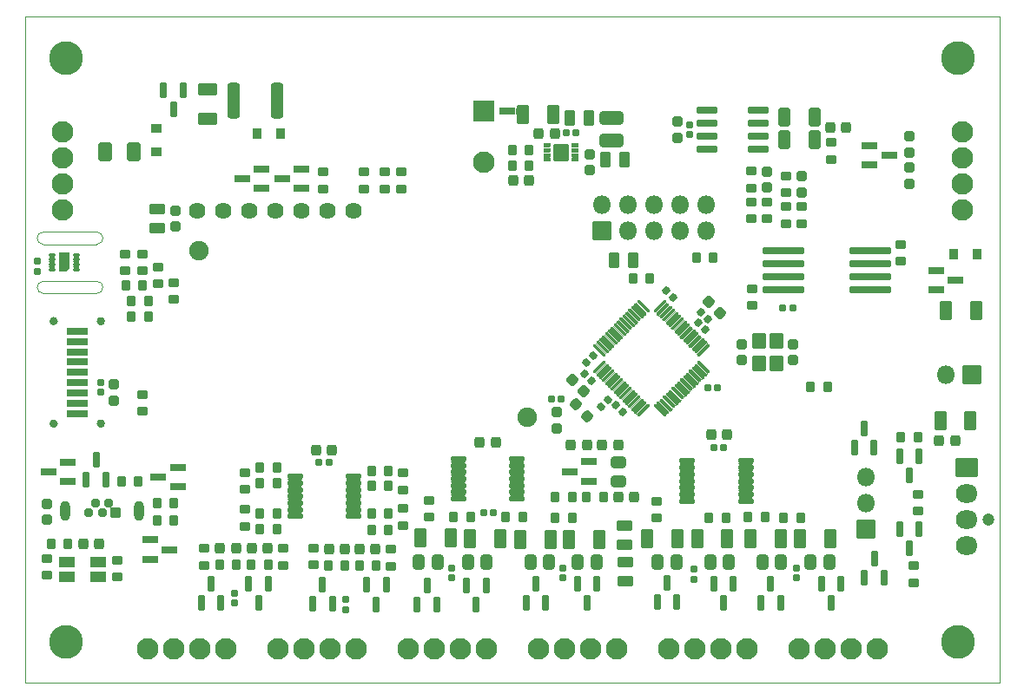
<source format=gbr>
%TF.GenerationSoftware,KiCad,Pcbnew,6.0.8-f2edbf62ab~116~ubuntu20.04.1*%
%TF.CreationDate,2022-10-04T16:34:12-04:00*%
%TF.ProjectId,CAN-Acquisition-Module,43414e2d-4163-4717-9569-736974696f6e,A3*%
%TF.SameCoordinates,Original*%
%TF.FileFunction,Soldermask,Top*%
%TF.FilePolarity,Negative*%
%FSLAX46Y46*%
G04 Gerber Fmt 4.6, Leading zero omitted, Abs format (unit mm)*
G04 Created by KiCad (PCBNEW 6.0.8-f2edbf62ab~116~ubuntu20.04.1) date 2022-10-04 16:34:12*
%MOMM*%
%LPD*%
G01*
G04 APERTURE LIST*
G04 Aperture macros list*
%AMRoundRect*
0 Rectangle with rounded corners*
0 $1 Rounding radius*
0 $2 $3 $4 $5 $6 $7 $8 $9 X,Y pos of 4 corners*
0 Add a 4 corners polygon primitive as box body*
4,1,4,$2,$3,$4,$5,$6,$7,$8,$9,$2,$3,0*
0 Add four circle primitives for the rounded corners*
1,1,$1+$1,$2,$3*
1,1,$1+$1,$4,$5*
1,1,$1+$1,$6,$7*
1,1,$1+$1,$8,$9*
0 Add four rect primitives between the rounded corners*
20,1,$1+$1,$2,$3,$4,$5,0*
20,1,$1+$1,$4,$5,$6,$7,0*
20,1,$1+$1,$6,$7,$8,$9,0*
20,1,$1+$1,$8,$9,$2,$3,0*%
%AMFreePoly0*
4,1,14,0.535355,0.885355,0.550000,0.850000,0.550000,-0.850000,0.535355,-0.885355,0.500000,-0.900000,-0.500000,-0.900000,-0.535355,-0.885355,-0.550000,-0.850000,-0.550000,0.550000,-0.535355,0.585355,-0.235355,0.885355,-0.200000,0.900000,0.500000,0.900000,0.535355,0.885355,0.535355,0.885355,$1*%
G04 Aperture macros list end*
%TA.AperFunction,Profile*%
%ADD10C,0.100000*%
%TD*%
%ADD11C,0.400000*%
%ADD12RoundRect,0.300000X-0.325000X-0.650000X0.325000X-0.650000X0.325000X0.650000X-0.325000X0.650000X0*%
%ADD13RoundRect,0.250000X0.275000X-0.200000X0.275000X0.200000X-0.275000X0.200000X-0.275000X-0.200000X0*%
%ADD14RoundRect,0.250000X-0.200000X-0.275000X0.200000X-0.275000X0.200000X0.275000X-0.200000X0.275000X0*%
%ADD15RoundRect,0.190000X-0.140000X-0.170000X0.140000X-0.170000X0.140000X0.170000X-0.140000X0.170000X0*%
%ADD16RoundRect,0.250000X-0.275000X0.200000X-0.275000X-0.200000X0.275000X-0.200000X0.275000X0.200000X0*%
%ADD17C,1.900000*%
%ADD18C,1.624000*%
%ADD19RoundRect,0.250000X0.200000X0.275000X-0.200000X0.275000X-0.200000X-0.275000X0.200000X-0.275000X0*%
%ADD20RoundRect,0.190000X0.170000X-0.140000X0.170000X0.140000X-0.170000X0.140000X-0.170000X-0.140000X0*%
%ADD21RoundRect,0.190000X0.140000X0.170000X-0.140000X0.170000X-0.140000X-0.170000X0.140000X-0.170000X0*%
%ADD22RoundRect,0.200000X0.150000X-0.587500X0.150000X0.587500X-0.150000X0.587500X-0.150000X-0.587500X0*%
%ADD23RoundRect,0.275000X-0.225000X-0.250000X0.225000X-0.250000X0.225000X0.250000X-0.225000X0.250000X0*%
%ADD24RoundRect,0.300000X-0.312500X-0.625000X0.312500X-0.625000X0.312500X0.625000X-0.312500X0.625000X0*%
%ADD25RoundRect,0.200000X-0.150000X0.587500X-0.150000X-0.587500X0.150000X-0.587500X0.150000X0.587500X0*%
%ADD26RoundRect,0.200000X0.587500X0.150000X-0.587500X0.150000X-0.587500X-0.150000X0.587500X-0.150000X0*%
%ADD27RoundRect,0.300000X0.250000X0.475000X-0.250000X0.475000X-0.250000X-0.475000X0.250000X-0.475000X0*%
%ADD28C,3.300000*%
%ADD29RoundRect,0.275000X0.225000X0.250000X-0.225000X0.250000X-0.225000X-0.250000X0.225000X-0.250000X0*%
%ADD30RoundRect,0.300000X0.375000X0.625000X-0.375000X0.625000X-0.375000X-0.625000X0.375000X-0.625000X0*%
%ADD31RoundRect,0.275000X0.250000X-0.225000X0.250000X0.225000X-0.250000X0.225000X-0.250000X-0.225000X0*%
%ADD32RoundRect,0.300000X0.325000X0.650000X-0.325000X0.650000X-0.325000X-0.650000X0.325000X-0.650000X0*%
%ADD33RoundRect,0.050000X-0.850000X0.850000X-0.850000X-0.850000X0.850000X-0.850000X0.850000X0.850000X0*%
%ADD34O,1.800000X1.800000*%
%ADD35C,2.100000*%
%ADD36RoundRect,0.300000X-0.475000X0.250000X-0.475000X-0.250000X0.475000X-0.250000X0.475000X0.250000X0*%
%ADD37RoundRect,0.050000X-0.450000X0.400000X-0.450000X-0.400000X0.450000X-0.400000X0.450000X0.400000X0*%
%ADD38RoundRect,0.275000X-0.250000X0.225000X-0.250000X-0.225000X0.250000X-0.225000X0.250000X0.225000X0*%
%ADD39RoundRect,0.050000X0.275000X-0.150000X0.275000X0.150000X-0.275000X0.150000X-0.275000X-0.150000X0*%
%ADD40RoundRect,0.050000X0.700000X-0.800000X0.700000X0.800000X-0.700000X0.800000X-0.700000X-0.800000X0*%
%ADD41RoundRect,0.268750X-0.335876X-0.026517X-0.026517X-0.335876X0.335876X0.026517X0.026517X0.335876X0*%
%ADD42RoundRect,0.200000X-0.587500X-0.150000X0.587500X-0.150000X0.587500X0.150000X-0.587500X0.150000X0*%
%ADD43RoundRect,0.190000X-0.021213X0.219203X-0.219203X0.021213X0.021213X-0.219203X0.219203X-0.021213X0*%
%ADD44RoundRect,0.050000X0.850000X-0.850000X0.850000X0.850000X-0.850000X0.850000X-0.850000X-0.850000X0*%
%ADD45RoundRect,0.268750X0.256250X-0.218750X0.256250X0.218750X-0.256250X0.218750X-0.256250X-0.218750X0*%
%ADD46RoundRect,0.300000X0.475000X-0.250000X0.475000X0.250000X-0.475000X0.250000X-0.475000X-0.250000X0*%
%ADD47RoundRect,0.050000X-1.000000X1.000000X-1.000000X-1.000000X1.000000X-1.000000X1.000000X1.000000X0*%
%ADD48RoundRect,0.190000X-0.219203X-0.021213X-0.021213X-0.219203X0.219203X0.021213X0.021213X0.219203X0*%
%ADD49RoundRect,0.050000X-0.750000X-0.450000X0.750000X-0.450000X0.750000X0.450000X-0.750000X0.450000X0*%
%ADD50RoundRect,0.150000X0.637500X0.100000X-0.637500X0.100000X-0.637500X-0.100000X0.637500X-0.100000X0*%
%ADD51RoundRect,0.300000X0.450000X-0.262500X0.450000X0.262500X-0.450000X0.262500X-0.450000X-0.262500X0*%
%ADD52RoundRect,0.300000X-0.262500X-0.450000X0.262500X-0.450000X0.262500X0.450000X-0.262500X0.450000X0*%
%ADD53RoundRect,0.275000X-0.335876X-0.017678X-0.017678X-0.335876X0.335876X0.017678X0.017678X0.335876X0*%
%ADD54RoundRect,0.200000X-0.825000X-0.150000X0.825000X-0.150000X0.825000X0.150000X-0.825000X0.150000X0*%
%ADD55RoundRect,0.050000X0.420000X0.420000X-0.420000X0.420000X-0.420000X-0.420000X0.420000X-0.420000X0*%
%ADD56C,0.940000*%
%ADD57O,0.950000X1.950000*%
%ADD58RoundRect,0.300000X0.850000X-0.375000X0.850000X0.375000X-0.850000X0.375000X-0.850000X-0.375000X0*%
%ADD59RoundRect,0.268750X-0.218750X-0.256250X0.218750X-0.256250X0.218750X0.256250X-0.218750X0.256250X0*%
%ADD60RoundRect,0.300000X-0.650000X0.325000X-0.650000X-0.325000X0.650000X-0.325000X0.650000X0.325000X0*%
%ADD61RoundRect,0.200000X1.837500X0.150000X-1.837500X0.150000X-1.837500X-0.150000X1.837500X-0.150000X0*%
%ADD62RoundRect,0.300000X0.262500X0.450000X-0.262500X0.450000X-0.262500X-0.450000X0.262500X-0.450000X0*%
%ADD63C,1.200000*%
%ADD64RoundRect,0.050000X-1.015000X-0.865000X1.015000X-0.865000X1.015000X0.865000X-1.015000X0.865000X0*%
%ADD65O,2.130000X1.830000*%
%ADD66RoundRect,0.050000X1.000000X-0.250000X1.000000X0.250000X-1.000000X0.250000X-1.000000X-0.250000X0*%
%ADD67RoundRect,0.050000X-0.500000X-0.250000X0.500000X-0.250000X0.500000X0.250000X-0.500000X0.250000X0*%
%ADD68RoundRect,0.190000X-0.170000X0.140000X-0.170000X-0.140000X0.170000X-0.140000X0.170000X0.140000X0*%
%ADD69RoundRect,0.050000X0.275000X0.125000X-0.275000X0.125000X-0.275000X-0.125000X0.275000X-0.125000X0*%
%ADD70RoundRect,0.050000X-0.275000X-0.125000X0.275000X-0.125000X0.275000X0.125000X-0.275000X0.125000X0*%
%ADD71FreePoly0,180.000000*%
%ADD72RoundRect,0.300000X-0.312500X-1.450000X0.312500X-1.450000X0.312500X1.450000X-0.312500X1.450000X0*%
%ADD73RoundRect,0.050000X-0.400000X-0.450000X0.400000X-0.450000X0.400000X0.450000X-0.400000X0.450000X0*%
%ADD74RoundRect,0.050000X0.400000X0.450000X-0.400000X0.450000X-0.400000X-0.450000X0.400000X-0.450000X0*%
%ADD75RoundRect,0.050000X-0.600000X0.700000X-0.600000X-0.700000X0.600000X-0.700000X0.600000X0.700000X0*%
%ADD76RoundRect,0.268750X-0.256250X0.218750X-0.256250X-0.218750X0.256250X-0.218750X0.256250X0.218750X0*%
%ADD77RoundRect,0.050000X0.850000X0.850000X-0.850000X0.850000X-0.850000X-0.850000X0.850000X-0.850000X0*%
%ADD78RoundRect,0.190000X0.219203X0.021213X0.021213X0.219203X-0.219203X-0.021213X-0.021213X-0.219203X0*%
%ADD79RoundRect,0.112500X0.530330X-0.441942X-0.441942X0.530330X-0.530330X0.441942X0.441942X-0.530330X0*%
%ADD80RoundRect,0.112500X0.530330X0.441942X0.441942X0.530330X-0.530330X-0.441942X-0.441942X-0.530330X0*%
G04 APERTURE END LIST*
D10*
X27000000Y-52000000D02*
X21800000Y-52000000D01*
X21800000Y-50800000D02*
G75*
G03*
X21800000Y-52000000I0J-600000D01*
G01*
X20000000Y-90000000D02*
X115000000Y-90000000D01*
X115000000Y-90000000D02*
X115000000Y-25000000D01*
X115000000Y-25000000D02*
X20000000Y-25000000D01*
X20000000Y-25000000D02*
X20000000Y-90000000D01*
X21800000Y-46000000D02*
G75*
G03*
X21800000Y-47200000I0J-600000D01*
G01*
X21800000Y-46000000D02*
X27000000Y-46000000D01*
X27000000Y-47200000D02*
X21800000Y-47200000D01*
X27000000Y-52000000D02*
G75*
G03*
X27000000Y-50800000I0J600000D01*
G01*
X21800000Y-50800000D02*
X27000000Y-50800000D01*
X27000000Y-47200000D02*
G75*
G03*
X27000000Y-46000000I0J600000D01*
G01*
%TO.C,U10*%
D11*
X23000000Y-64700000D02*
G75*
G03*
X23000000Y-64700000I-200000J0D01*
G01*
X27600000Y-54700000D02*
G75*
G03*
X27600000Y-54700000I-200000J0D01*
G01*
X23000000Y-54700000D02*
G75*
G03*
X23000000Y-54700000I-200000J0D01*
G01*
X27600000Y-64700000D02*
G75*
G03*
X27600000Y-64700000I-200000J0D01*
G01*
D10*
X27000000Y-52000000D02*
X21800000Y-52000000D01*
X21800000Y-50800000D02*
G75*
G03*
X21800000Y-52000000I0J-600000D01*
G01*
X20000000Y-90000000D02*
X115000000Y-90000000D01*
X115000000Y-90000000D02*
X115000000Y-25000000D01*
X115000000Y-25000000D02*
X20000000Y-25000000D01*
X20000000Y-25000000D02*
X20000000Y-90000000D01*
X21800000Y-46000000D02*
G75*
G03*
X21800000Y-47200000I0J-600000D01*
G01*
X21800000Y-46000000D02*
X27000000Y-46000000D01*
X27000000Y-47200000D02*
X21800000Y-47200000D01*
X27000000Y-52000000D02*
G75*
G03*
X27000000Y-50800000I0J600000D01*
G01*
X21800000Y-50800000D02*
X27000000Y-50800000D01*
X27000000Y-47200000D02*
G75*
G03*
X27000000Y-46000000I0J600000D01*
G01*
D11*
X23000000Y-64700000D02*
G75*
G03*
X23000000Y-64700000I-200000J0D01*
G01*
X27600000Y-54700000D02*
G75*
G03*
X27600000Y-54700000I-200000J0D01*
G01*
X23000000Y-54700000D02*
G75*
G03*
X23000000Y-54700000I-200000J0D01*
G01*
X27600000Y-64700000D02*
G75*
G03*
X27600000Y-64700000I-200000J0D01*
G01*
%TD*%
D12*
%TO.C,C46*%
X90737500Y-75900000D03*
X93687500Y-75900000D03*
%TD*%
D13*
%TO.C,R50*%
X32954000Y-51051000D03*
X32954000Y-49401000D03*
%TD*%
D12*
%TO.C,C68*%
X58575000Y-75848400D03*
X61525000Y-75848400D03*
%TD*%
D14*
%TO.C,R78*%
X61775000Y-73800000D03*
X63425000Y-73800000D03*
%TD*%
D15*
%TO.C,C17*%
X71330000Y-62310000D03*
X72290000Y-62310000D03*
%TD*%
D16*
%TO.C,R62*%
X41450000Y-69475000D03*
X41450000Y-71125000D03*
%TD*%
D17*
%TO.C,U7*%
X36927701Y-47830000D03*
X68927701Y-64050000D03*
D18*
X36827701Y-43950000D03*
X39367701Y-43950000D03*
X41907701Y-43950000D03*
X44447701Y-43950000D03*
X46987701Y-43950000D03*
X49527701Y-43950000D03*
X52067701Y-43950000D03*
%TD*%
D14*
%TO.C,R34*%
X93975000Y-73900000D03*
X95625000Y-73900000D03*
%TD*%
D19*
%TO.C,R71*%
X55425000Y-75100000D03*
X53775000Y-75100000D03*
%TD*%
D20*
%TO.C,C54*%
X61600000Y-79780000D03*
X61600000Y-78820000D03*
%TD*%
D19*
%TO.C,R16*%
X80910000Y-50500000D03*
X79260000Y-50500000D03*
%TD*%
D21*
%TO.C,C62*%
X65680000Y-73350000D03*
X64720000Y-73350000D03*
%TD*%
D13*
%TO.C,R13*%
X90900000Y-53175000D03*
X90900000Y-51525000D03*
%TD*%
D16*
%TO.C,R80*%
X59400000Y-72175000D03*
X59400000Y-73825000D03*
%TD*%
D22*
%TO.C,D28*%
X58250000Y-82337500D03*
X60150000Y-82337500D03*
X59200000Y-80462500D03*
%TD*%
D14*
%TO.C,R58*%
X49565000Y-78555000D03*
X51215000Y-78555000D03*
%TD*%
D16*
%TO.C,R5*%
X106600000Y-78575000D03*
X106600000Y-80225000D03*
%TD*%
D20*
%TO.C,C53*%
X95212500Y-79780000D03*
X95212500Y-78820000D03*
%TD*%
D23*
%TO.C,C5*%
X109125000Y-66400000D03*
X110675000Y-66400000D03*
%TD*%
D24*
%TO.C,R17*%
X94037500Y-37000000D03*
X96962500Y-37000000D03*
%TD*%
D25*
%TO.C,D16*%
X89050000Y-80362500D03*
X87150000Y-80362500D03*
X88100000Y-82237500D03*
%TD*%
D26*
%TO.C,D19*%
X43035500Y-41750000D03*
X43035500Y-39850000D03*
X41160500Y-40800000D03*
%TD*%
D19*
%TO.C,R15*%
X87125000Y-48500000D03*
X85475000Y-48500000D03*
%TD*%
D27*
%TO.C,C12*%
X75000000Y-34850000D03*
X73100000Y-34850000D03*
%TD*%
D28*
%TO.C,H4*%
X111000000Y-29000000D03*
%TD*%
D16*
%TO.C,R61*%
X56850000Y-69525000D03*
X56850000Y-71175000D03*
%TD*%
D29*
%TO.C,C19*%
X74775000Y-66800000D03*
X73225000Y-66800000D03*
%TD*%
D26*
%TO.C,D20*%
X46972500Y-41750000D03*
X46972500Y-39850000D03*
X45097500Y-40800000D03*
%TD*%
D30*
%TO.C,F1*%
X30630000Y-38134000D03*
X27830000Y-38134000D03*
%TD*%
D25*
%TO.C,D25*%
X75750000Y-80362500D03*
X73850000Y-80362500D03*
X74800000Y-82237500D03*
%TD*%
D31*
%TO.C,C36*%
X83600000Y-36775000D03*
X83600000Y-35225000D03*
%TD*%
D32*
%TO.C,C66*%
X66325000Y-75950000D03*
X63375000Y-75950000D03*
%TD*%
D33*
%TO.C,J2*%
X112287500Y-59900000D03*
D34*
X109747500Y-59900000D03*
%TD*%
D27*
%TO.C,C13*%
X78450000Y-38910000D03*
X76550000Y-38910000D03*
%TD*%
D35*
%TO.C,J6*%
X111350000Y-43810000D03*
X111350000Y-41270000D03*
X111350000Y-38730000D03*
X111350000Y-36190000D03*
%TD*%
D29*
%TO.C,C55*%
X54185000Y-76985000D03*
X52635000Y-76985000D03*
%TD*%
D31*
%TO.C,C39*%
X95700000Y-42125000D03*
X95700000Y-40575000D03*
%TD*%
D20*
%TO.C,C63*%
X72400000Y-79780000D03*
X72400000Y-78820000D03*
%TD*%
D23*
%TO.C,C58*%
X39025000Y-76900000D03*
X40575000Y-76900000D03*
%TD*%
D15*
%TO.C,C20*%
X86550000Y-61160000D03*
X87510000Y-61160000D03*
%TD*%
D36*
%TO.C,C1*%
X78450000Y-74650000D03*
X78450000Y-76550000D03*
%TD*%
D37*
%TO.C,D1*%
X32780000Y-35884000D03*
X32780000Y-38184000D03*
%TD*%
D38*
%TO.C,C59*%
X28636000Y-60881000D03*
X28636000Y-62431000D03*
%TD*%
D31*
%TO.C,C38*%
X92300000Y-41650000D03*
X92300000Y-40100000D03*
%TD*%
D26*
%TO.C,D11*%
X24175000Y-70350000D03*
X24175000Y-68450000D03*
X22300000Y-69400000D03*
%TD*%
D16*
%TO.C,R14*%
X105400000Y-47225000D03*
X105400000Y-48875000D03*
%TD*%
D39*
%TO.C,U2*%
X70872500Y-37470000D03*
X70872500Y-37970000D03*
X70872500Y-38470000D03*
X70872500Y-38970000D03*
X73622500Y-38970000D03*
X73622500Y-38470000D03*
X73622500Y-37970000D03*
X73622500Y-37470000D03*
D40*
X72247500Y-38220000D03*
%TD*%
D20*
%TO.C,C43*%
X51250000Y-82855000D03*
X51250000Y-81895000D03*
%TD*%
D41*
%TO.C,L5*%
X73693153Y-62843153D03*
X74806847Y-63956847D03*
%TD*%
D22*
%TO.C,D23*%
X48060000Y-82302500D03*
X49960000Y-82302500D03*
X49010000Y-80427500D03*
%TD*%
D42*
%TO.C,D14*%
X32187250Y-76055250D03*
X32187250Y-77955250D03*
X34062250Y-77005250D03*
%TD*%
D25*
%TO.C,D3*%
X35429000Y-32170500D03*
X33529000Y-32170500D03*
X34479000Y-34045500D03*
%TD*%
D22*
%TO.C,D18*%
X81650000Y-82137500D03*
X83550000Y-82137500D03*
X82600000Y-80262500D03*
%TD*%
D14*
%TO.C,R81*%
X66875000Y-73822600D03*
X68525000Y-73822600D03*
%TD*%
D28*
%TO.C,H3*%
X111000000Y-86000000D03*
%TD*%
D43*
%TO.C,C21*%
X76839411Y-62360589D03*
X76160589Y-63039411D03*
%TD*%
D20*
%TO.C,C64*%
X85200000Y-79880000D03*
X85200000Y-78920000D03*
%TD*%
D44*
%TO.C,J4*%
X76270000Y-45900000D03*
D34*
X76270000Y-43360000D03*
X78810000Y-45900000D03*
X78810000Y-43360000D03*
X81350000Y-45900000D03*
X81350000Y-43360000D03*
X83890000Y-45900000D03*
X83890000Y-43360000D03*
X86430000Y-45900000D03*
X86430000Y-43360000D03*
%TD*%
D23*
%TO.C,C33*%
X98525000Y-35800000D03*
X100075000Y-35800000D03*
%TD*%
D16*
%TO.C,R51*%
X34478000Y-50925000D03*
X34478000Y-52575000D03*
%TD*%
D13*
%TO.C,R60*%
X56850000Y-74625000D03*
X56850000Y-72975000D03*
%TD*%
%TO.C,R52*%
X48110000Y-78470000D03*
X48110000Y-76820000D03*
%TD*%
D45*
%TO.C,L6*%
X22185000Y-74107500D03*
X22185000Y-72532500D03*
%TD*%
D25*
%TO.C,D5*%
X107150000Y-67862500D03*
X105250000Y-67862500D03*
X106200000Y-69737500D03*
%TD*%
D19*
%TO.C,R68*%
X55425000Y-69300000D03*
X53775000Y-69300000D03*
%TD*%
D14*
%TO.C,R10*%
X22530000Y-76400000D03*
X24180000Y-76400000D03*
%TD*%
D21*
%TO.C,C41*%
X88130000Y-67000000D03*
X87170000Y-67000000D03*
%TD*%
D31*
%TO.C,C34*%
X106250000Y-41275000D03*
X106250000Y-39725000D03*
%TD*%
D46*
%TO.C,C2*%
X78500000Y-80100000D03*
X78500000Y-78200000D03*
%TD*%
D28*
%TO.C,H1*%
X24000000Y-86000000D03*
%TD*%
D26*
%TO.C,D12*%
X34897500Y-70850000D03*
X34897500Y-68950000D03*
X33022500Y-69900000D03*
%TD*%
D47*
%TO.C,C6*%
X64750000Y-34200000D03*
D35*
X64750000Y-39200000D03*
%TD*%
%TO.C,J5*%
X23650000Y-36190000D03*
X23650000Y-38730000D03*
X23650000Y-41270000D03*
X23650000Y-43810000D03*
%TD*%
D14*
%TO.C,R26*%
X29412500Y-70330000D03*
X31062500Y-70330000D03*
%TD*%
D20*
%TO.C,C37*%
X84800000Y-36480000D03*
X84800000Y-35520000D03*
%TD*%
D14*
%TO.C,R65*%
X53775000Y-70800000D03*
X55425000Y-70800000D03*
%TD*%
D48*
%TO.C,C25*%
X74560589Y-59860589D03*
X75239411Y-60539411D03*
%TD*%
D31*
%TO.C,C9*%
X75050000Y-39975000D03*
X75050000Y-38425000D03*
%TD*%
D35*
%TO.C,J9*%
X82800000Y-86650000D03*
X85340000Y-86650000D03*
X87880000Y-86650000D03*
X90420000Y-86650000D03*
%TD*%
D25*
%TO.C,D26*%
X64950000Y-80462500D03*
X63050000Y-80462500D03*
X64000000Y-82337500D03*
%TD*%
D16*
%TO.C,R25*%
X95700000Y-43545000D03*
X95700000Y-45195000D03*
%TD*%
D35*
%TO.C,J10*%
X44700000Y-86650000D03*
X47240000Y-86650000D03*
X49780000Y-86650000D03*
X52320000Y-86650000D03*
%TD*%
D26*
%TO.C,U1*%
X74957500Y-70330000D03*
X74957500Y-68430000D03*
X73082500Y-69380000D03*
%TD*%
D16*
%TO.C,R40*%
X53020000Y-40130000D03*
X53020000Y-41780000D03*
%TD*%
D49*
%TO.C,D7*%
X27150000Y-78240000D03*
X27150000Y-79640000D03*
X24050000Y-78240000D03*
X24050000Y-79640000D03*
%TD*%
D50*
%TO.C,U11*%
X67962500Y-72050000D03*
X67962500Y-71400000D03*
X67962500Y-70750000D03*
X67962500Y-70100000D03*
X67962500Y-69450000D03*
X67962500Y-68800000D03*
X67962500Y-68150000D03*
X62237500Y-68150000D03*
X62237500Y-68800000D03*
X62237500Y-69450000D03*
X62237500Y-70100000D03*
X62237500Y-70750000D03*
X62237500Y-71400000D03*
X62237500Y-72050000D03*
%TD*%
D23*
%TO.C,C8*%
X70085000Y-36400000D03*
X71635000Y-36400000D03*
%TD*%
D16*
%TO.C,R6*%
X107100000Y-71575000D03*
X107100000Y-73225000D03*
%TD*%
D51*
%TO.C,R1*%
X77850000Y-70312500D03*
X77850000Y-68487500D03*
%TD*%
D38*
%TO.C,C35*%
X106250000Y-36675000D03*
X106250000Y-38225000D03*
%TD*%
D52*
%TO.C,R75*%
X63187500Y-78251600D03*
X65012500Y-78251600D03*
%TD*%
D50*
%TO.C,U6*%
X90262500Y-72250000D03*
X90262500Y-71600000D03*
X90262500Y-70950000D03*
X90262500Y-70300000D03*
X90262500Y-69650000D03*
X90262500Y-69000000D03*
X90262500Y-68350000D03*
X84537500Y-68350000D03*
X84537500Y-69000000D03*
X84537500Y-69650000D03*
X84537500Y-70300000D03*
X84537500Y-70950000D03*
X84537500Y-71600000D03*
X84537500Y-72250000D03*
%TD*%
D36*
%TO.C,C48*%
X32900000Y-43750000D03*
X32900000Y-45650000D03*
%TD*%
D52*
%TO.C,R74*%
X73887500Y-78200000D03*
X75712500Y-78200000D03*
%TD*%
D14*
%TO.C,R7*%
X96575000Y-61100000D03*
X98225000Y-61100000D03*
%TD*%
D53*
%TO.C,C23*%
X73401992Y-60401992D03*
X74498008Y-61498008D03*
%TD*%
D21*
%TO.C,C14*%
X73730000Y-36300000D03*
X72770000Y-36300000D03*
%TD*%
D42*
%TO.C,D10*%
X102362500Y-37550000D03*
X102362500Y-39450000D03*
X104237500Y-38500000D03*
%TD*%
D54*
%TO.C,U5*%
X86525000Y-34095000D03*
X86525000Y-35365000D03*
X86525000Y-36635000D03*
X86525000Y-37905000D03*
X91475000Y-37905000D03*
X91475000Y-36635000D03*
X91475000Y-35365000D03*
X91475000Y-34095000D03*
%TD*%
D35*
%TO.C,J8*%
X95500000Y-86650000D03*
X98040000Y-86650000D03*
X100580000Y-86650000D03*
X103120000Y-86650000D03*
%TD*%
D13*
%TO.C,R63*%
X41450000Y-74725000D03*
X41450000Y-73075000D03*
%TD*%
D14*
%TO.C,R70*%
X42925000Y-75000000D03*
X44575000Y-75000000D03*
%TD*%
D16*
%TO.C,R22*%
X92300000Y-43050000D03*
X92300000Y-44700000D03*
%TD*%
D55*
%TO.C,J7*%
X28825000Y-73420000D03*
D56*
X28175000Y-72420000D03*
X27525000Y-73420000D03*
X26875000Y-72420000D03*
X26225000Y-73420000D03*
D57*
X31100000Y-73200000D03*
X23950000Y-73200000D03*
%TD*%
D32*
%TO.C,C45*%
X88475000Y-75950000D03*
X85525000Y-75950000D03*
%TD*%
D58*
%TO.C,L3*%
X77180000Y-37035000D03*
X77180000Y-34885000D03*
%TD*%
D59*
%TO.C,L1*%
X76262500Y-66800000D03*
X77837500Y-66800000D03*
%TD*%
D60*
%TO.C,C3*%
X37779000Y-32033000D03*
X37779000Y-34983000D03*
%TD*%
D48*
%TO.C,C26*%
X77635589Y-62885589D03*
X78314411Y-63564411D03*
%TD*%
D61*
%TO.C,U4*%
X102387500Y-51605000D03*
X102387500Y-50335000D03*
X102387500Y-49065000D03*
X102387500Y-47795000D03*
X93912500Y-47795000D03*
X93912500Y-49065000D03*
X93912500Y-50335000D03*
X93912500Y-51605000D03*
%TD*%
D12*
%TO.C,C47*%
X80625000Y-75950000D03*
X83575000Y-75950000D03*
%TD*%
D62*
%TO.C,R32*%
X83512500Y-78200000D03*
X81687500Y-78200000D03*
%TD*%
D16*
%TO.C,R35*%
X81600000Y-72275000D03*
X81600000Y-73925000D03*
%TD*%
D63*
%TO.C,J1*%
X113960000Y-74080000D03*
D64*
X111800000Y-69000000D03*
D65*
X111800000Y-71540000D03*
X111800000Y-74080000D03*
X111800000Y-76620000D03*
%TD*%
D66*
%TO.C,U10*%
X25100000Y-55700000D03*
X25100000Y-56700000D03*
X25100000Y-57700000D03*
X25100000Y-58700000D03*
X25100000Y-59700000D03*
X25100000Y-60700000D03*
X25100000Y-61700000D03*
X25100000Y-62700000D03*
X25100000Y-63700000D03*
%TD*%
D19*
%TO.C,R2*%
X76400000Y-71900000D03*
X74750000Y-71900000D03*
%TD*%
D52*
%TO.C,R29*%
X96600000Y-78200000D03*
X98425000Y-78200000D03*
%TD*%
D19*
%TO.C,R3*%
X73325000Y-71900000D03*
X71675000Y-71900000D03*
%TD*%
%TO.C,R36*%
X92137500Y-73850000D03*
X90487500Y-73850000D03*
%TD*%
D14*
%TO.C,R33*%
X86675000Y-73900000D03*
X88325000Y-73900000D03*
%TD*%
D38*
%TO.C,C30*%
X89900000Y-56925000D03*
X89900000Y-58475000D03*
%TD*%
D14*
%TO.C,R27*%
X32860000Y-74120000D03*
X34510000Y-74120000D03*
%TD*%
%TO.C,R79*%
X71675000Y-73900000D03*
X73325000Y-73900000D03*
%TD*%
D22*
%TO.C,D24*%
X37180000Y-82212500D03*
X39080000Y-82212500D03*
X38130000Y-80337500D03*
%TD*%
D13*
%TO.C,R45*%
X29779000Y-49781000D03*
X29779000Y-48131000D03*
%TD*%
%TO.C,R44*%
X31430000Y-49781000D03*
X31430000Y-48131000D03*
%TD*%
D19*
%TO.C,R37*%
X32025000Y-52766000D03*
X30375000Y-52766000D03*
%TD*%
%TO.C,R66*%
X44575000Y-70550000D03*
X42925000Y-70550000D03*
%TD*%
D50*
%TO.C,U9*%
X52042500Y-73750000D03*
X52042500Y-73100000D03*
X52042500Y-72450000D03*
X52042500Y-71800000D03*
X52042500Y-71150000D03*
X52042500Y-70500000D03*
X52042500Y-69850000D03*
X46317500Y-69850000D03*
X46317500Y-70500000D03*
X46317500Y-71150000D03*
X46317500Y-71800000D03*
X46317500Y-72450000D03*
X46317500Y-73100000D03*
X46317500Y-73750000D03*
%TD*%
D35*
%TO.C,J12*%
X70100000Y-86650000D03*
X72640000Y-86650000D03*
X75180000Y-86650000D03*
X77720000Y-86650000D03*
%TD*%
D25*
%TO.C,D15*%
X99562500Y-80362500D03*
X97662500Y-80362500D03*
X98612500Y-82237500D03*
%TD*%
D13*
%TO.C,R19*%
X90780000Y-44700000D03*
X90780000Y-43050000D03*
%TD*%
D28*
%TO.C,H2*%
X24000000Y-29000000D03*
%TD*%
D67*
%TO.C,NT1*%
X66790000Y-34200000D03*
X67290000Y-34200000D03*
%TD*%
D68*
%TO.C,C50*%
X21200000Y-48857000D03*
X21200000Y-49817000D03*
%TD*%
D32*
%TO.C,C10*%
X112700000Y-53700000D03*
X109750000Y-53700000D03*
%TD*%
D48*
%TO.C,C28*%
X85910589Y-53810589D03*
X86589411Y-54489411D03*
%TD*%
D14*
%TO.C,R64*%
X53775000Y-73500000D03*
X55425000Y-73500000D03*
%TD*%
D25*
%TO.C,D4*%
X107150000Y-74962500D03*
X105250000Y-74962500D03*
X106200000Y-76837500D03*
%TD*%
D19*
%TO.C,R67*%
X44575000Y-73450000D03*
X42925000Y-73450000D03*
%TD*%
D43*
%TO.C,C22*%
X75389411Y-58060589D03*
X74710589Y-58739411D03*
%TD*%
D29*
%TO.C,C61*%
X65875000Y-66550000D03*
X64325000Y-66550000D03*
%TD*%
D32*
%TO.C,C65*%
X75975000Y-75990000D03*
X73025000Y-75990000D03*
%TD*%
D14*
%TO.C,R69*%
X42925000Y-69000000D03*
X44575000Y-69000000D03*
%TD*%
D35*
%TO.C,J13*%
X57400000Y-86650000D03*
X59940000Y-86650000D03*
X62480000Y-86650000D03*
X65020000Y-86650000D03*
%TD*%
D19*
%TO.C,R57*%
X43725000Y-78450000D03*
X42075000Y-78450000D03*
%TD*%
D13*
%TO.C,R72*%
X31430000Y-63497000D03*
X31430000Y-61847000D03*
%TD*%
D29*
%TO.C,C51*%
X49945000Y-67300000D03*
X48395000Y-67300000D03*
%TD*%
D69*
%TO.C,U8*%
X24985000Y-49706000D03*
X24985000Y-49206000D03*
X24985000Y-48706000D03*
D70*
X24985000Y-48206000D03*
D69*
X22635000Y-48206000D03*
X22635000Y-48706000D03*
X22635000Y-49206000D03*
X22635000Y-49706000D03*
D71*
X23810000Y-48956000D03*
%TD*%
D16*
%TO.C,R12*%
X29000000Y-78015000D03*
X29000000Y-79665000D03*
%TD*%
%TO.C,R11*%
X22155000Y-77875000D03*
X22155000Y-79525000D03*
%TD*%
D13*
%TO.C,R23*%
X94200000Y-45195000D03*
X94200000Y-43545000D03*
%TD*%
D23*
%TO.C,C57*%
X49635000Y-76985000D03*
X51185000Y-76985000D03*
%TD*%
D72*
%TO.C,L2*%
X40341500Y-33208000D03*
X44616500Y-33208000D03*
%TD*%
D14*
%TO.C,R38*%
X30375000Y-54290000D03*
X32025000Y-54290000D03*
%TD*%
D19*
%TO.C,R39*%
X31493000Y-51242000D03*
X29843000Y-51242000D03*
%TD*%
D15*
%TO.C,C32*%
X93880000Y-53410000D03*
X94840000Y-53410000D03*
%TD*%
D16*
%TO.C,R21*%
X98560000Y-37245000D03*
X98560000Y-38895000D03*
%TD*%
D38*
%TO.C,C49*%
X34650000Y-43925000D03*
X34650000Y-45475000D03*
%TD*%
D42*
%TO.C,Q1*%
X108837500Y-49750000D03*
X108837500Y-51650000D03*
X110712500Y-50700000D03*
%TD*%
D12*
%TO.C,C67*%
X68325000Y-75990000D03*
X71275000Y-75990000D03*
%TD*%
D13*
%TO.C,R20*%
X90780000Y-41700000D03*
X90780000Y-40050000D03*
%TD*%
D14*
%TO.C,R28*%
X32880000Y-72500000D03*
X34530000Y-72500000D03*
%TD*%
D29*
%TO.C,C40*%
X88475000Y-65750000D03*
X86925000Y-65750000D03*
%TD*%
D62*
%TO.C,R31*%
X93725000Y-78200000D03*
X91900000Y-78200000D03*
%TD*%
D19*
%TO.C,R56*%
X54245000Y-78545000D03*
X52595000Y-78545000D03*
%TD*%
D29*
%TO.C,C56*%
X43675000Y-76900000D03*
X42125000Y-76900000D03*
%TD*%
D22*
%TO.C,D9*%
X100850000Y-67062500D03*
X102750000Y-67062500D03*
X101800000Y-65187500D03*
%TD*%
D27*
%TO.C,C31*%
X79335000Y-48750000D03*
X77435000Y-48750000D03*
%TD*%
D14*
%TO.C,R59*%
X38975000Y-78450000D03*
X40625000Y-78450000D03*
%TD*%
D13*
%TO.C,R24*%
X94190000Y-42175000D03*
X94190000Y-40525000D03*
%TD*%
D19*
%TO.C,R4*%
X107025000Y-66000000D03*
X105375000Y-66000000D03*
%TD*%
D73*
%TO.C,D2*%
X42599000Y-36383000D03*
X44899000Y-36383000D03*
%TD*%
D13*
%TO.C,R55*%
X45200000Y-78525000D03*
X45200000Y-76875000D03*
%TD*%
D74*
%TO.C,D6*%
X112862500Y-48200000D03*
X110562500Y-48200000D03*
%TD*%
D35*
%TO.C,J11*%
X32000000Y-86650000D03*
X34540000Y-86650000D03*
X37080000Y-86650000D03*
X39620000Y-86650000D03*
%TD*%
D16*
%TO.C,R43*%
X55052000Y-40130000D03*
X55052000Y-41780000D03*
%TD*%
D19*
%TO.C,R9*%
X69175000Y-38000000D03*
X67525000Y-38000000D03*
%TD*%
D13*
%TO.C,R54*%
X37500000Y-78525000D03*
X37500000Y-76875000D03*
%TD*%
D14*
%TO.C,R8*%
X67525000Y-39500000D03*
X69175000Y-39500000D03*
%TD*%
D38*
%TO.C,C27*%
X94900000Y-56925000D03*
X94900000Y-58475000D03*
%TD*%
D23*
%TO.C,C11*%
X67575000Y-41000000D03*
X69125000Y-41000000D03*
%TD*%
D12*
%TO.C,C7*%
X68565000Y-34500000D03*
X71515000Y-34500000D03*
%TD*%
D68*
%TO.C,C60*%
X27366000Y-60676000D03*
X27366000Y-61636000D03*
%TD*%
D75*
%TO.C,Y1*%
X91550000Y-56600000D03*
X91550000Y-58800000D03*
X93250000Y-58800000D03*
X93250000Y-56600000D03*
%TD*%
D32*
%TO.C,C44*%
X98487500Y-75900000D03*
X95537500Y-75900000D03*
%TD*%
D22*
%TO.C,D8*%
X101850000Y-79737500D03*
X103750000Y-79737500D03*
X102800000Y-77862500D03*
%TD*%
D20*
%TO.C,C42*%
X40450000Y-82230000D03*
X40450000Y-81270000D03*
%TD*%
D13*
%TO.C,R53*%
X55700000Y-78600000D03*
X55700000Y-76950000D03*
%TD*%
D76*
%TO.C,L4*%
X71870000Y-63582500D03*
X71870000Y-65157500D03*
%TD*%
D52*
%TO.C,R30*%
X86787500Y-78200000D03*
X88612500Y-78200000D03*
%TD*%
D77*
%TO.C,J3*%
X101975000Y-75025000D03*
D34*
X101975000Y-72485000D03*
X101975000Y-69945000D03*
%TD*%
D24*
%TO.C,R18*%
X94037500Y-34750000D03*
X96962500Y-34750000D03*
%TD*%
D25*
%TO.C,D21*%
X55210000Y-80447500D03*
X53310000Y-80447500D03*
X54260000Y-82322500D03*
%TD*%
D12*
%TO.C,C4*%
X109225000Y-64400000D03*
X112175000Y-64400000D03*
%TD*%
D62*
%TO.C,R77*%
X60212500Y-78200000D03*
X58387500Y-78200000D03*
%TD*%
D23*
%TO.C,C24*%
X77862500Y-71900000D03*
X79412500Y-71900000D03*
%TD*%
D21*
%TO.C,C52*%
X49630000Y-68520000D03*
X48670000Y-68520000D03*
%TD*%
D13*
%TO.C,R42*%
X56703000Y-41780000D03*
X56703000Y-40130000D03*
%TD*%
D29*
%TO.C,C15*%
X27230000Y-76400000D03*
X25680000Y-76400000D03*
%TD*%
D22*
%TO.C,D27*%
X68850000Y-82237500D03*
X70750000Y-82237500D03*
X69800000Y-80362500D03*
%TD*%
D25*
%TO.C,D22*%
X43720000Y-80297500D03*
X41820000Y-80297500D03*
X42770000Y-82172500D03*
%TD*%
D78*
%TO.C,C18*%
X83189411Y-52389411D03*
X82510589Y-51710589D03*
%TD*%
D53*
%TO.C,C29*%
X86651992Y-52801992D03*
X87748008Y-53898008D03*
%TD*%
D22*
%TO.C,D17*%
X91762500Y-82237500D03*
X93662500Y-82237500D03*
X92712500Y-80362500D03*
%TD*%
D48*
%TO.C,C16*%
X85610589Y-54860589D03*
X86289411Y-55539411D03*
%TD*%
D13*
%TO.C,R41*%
X49083000Y-41780000D03*
X49083000Y-40130000D03*
%TD*%
D79*
%TO.C,U3*%
X81930850Y-63423491D03*
X82213693Y-63140648D03*
X82496536Y-62857806D03*
X82779379Y-62574963D03*
X83062221Y-62292120D03*
X83345064Y-62009278D03*
X83627907Y-61726435D03*
X83910749Y-61443592D03*
X84193592Y-61160749D03*
X84476435Y-60877907D03*
X84759278Y-60595064D03*
X85042120Y-60312221D03*
X85324963Y-60029379D03*
X85607806Y-59746536D03*
X85890648Y-59463693D03*
X86173491Y-59180850D03*
D80*
X86173491Y-57519150D03*
X85890648Y-57236307D03*
X85607806Y-56953464D03*
X85324963Y-56670621D03*
X85042120Y-56387779D03*
X84759278Y-56104936D03*
X84476435Y-55822093D03*
X84193592Y-55539251D03*
X83910749Y-55256408D03*
X83627907Y-54973565D03*
X83345064Y-54690722D03*
X83062221Y-54407880D03*
X82779379Y-54125037D03*
X82496536Y-53842194D03*
X82213693Y-53559352D03*
X81930850Y-53276509D03*
D79*
X80269150Y-53276509D03*
X79986307Y-53559352D03*
X79703464Y-53842194D03*
X79420621Y-54125037D03*
X79137779Y-54407880D03*
X78854936Y-54690722D03*
X78572093Y-54973565D03*
X78289251Y-55256408D03*
X78006408Y-55539251D03*
X77723565Y-55822093D03*
X77440722Y-56104936D03*
X77157880Y-56387779D03*
X76875037Y-56670621D03*
X76592194Y-56953464D03*
X76309352Y-57236307D03*
X76026509Y-57519150D03*
D80*
X76026509Y-59180850D03*
X76309352Y-59463693D03*
X76592194Y-59746536D03*
X76875037Y-60029379D03*
X77157880Y-60312221D03*
X77440722Y-60595064D03*
X77723565Y-60877907D03*
X78006408Y-61160749D03*
X78289251Y-61443592D03*
X78572093Y-61726435D03*
X78854936Y-62009278D03*
X79137779Y-62292120D03*
X79420621Y-62574963D03*
X79703464Y-62857806D03*
X79986307Y-63140648D03*
X80269150Y-63423491D03*
%TD*%
D62*
%TO.C,R76*%
X71112500Y-78240000D03*
X69287500Y-78240000D03*
%TD*%
D22*
%TO.C,D13*%
X25987500Y-70137500D03*
X27887500Y-70137500D03*
X26937500Y-68262500D03*
%TD*%
G36*
X52733982Y-73338243D02*
G01*
X52734372Y-73340205D01*
X52733589Y-73341225D01*
X52730422Y-73343341D01*
X52692757Y-73391117D01*
X52690382Y-73451572D01*
X52724159Y-73502124D01*
X52730184Y-73506500D01*
X52733589Y-73508775D01*
X52734474Y-73510569D01*
X52733363Y-73512232D01*
X52732088Y-73512400D01*
X52679801Y-73502000D01*
X51405199Y-73502000D01*
X51352912Y-73512400D01*
X51351018Y-73511757D01*
X51350628Y-73509795D01*
X51351411Y-73508775D01*
X51354578Y-73506659D01*
X51392243Y-73458883D01*
X51394618Y-73398428D01*
X51360841Y-73347876D01*
X51354816Y-73343500D01*
X51351411Y-73341225D01*
X51350526Y-73339431D01*
X51351637Y-73337768D01*
X51352912Y-73337600D01*
X51405199Y-73348000D01*
X52679801Y-73348000D01*
X52732088Y-73337600D01*
X52733982Y-73338243D01*
G37*
G36*
X47008982Y-73338243D02*
G01*
X47009372Y-73340205D01*
X47008589Y-73341225D01*
X47005422Y-73343341D01*
X46967757Y-73391117D01*
X46965382Y-73451572D01*
X46999159Y-73502124D01*
X47005184Y-73506500D01*
X47008589Y-73508775D01*
X47009474Y-73510569D01*
X47008363Y-73512232D01*
X47007088Y-73512400D01*
X46954801Y-73502000D01*
X45680199Y-73502000D01*
X45627912Y-73512400D01*
X45626018Y-73511757D01*
X45625628Y-73509795D01*
X45626411Y-73508775D01*
X45629578Y-73506659D01*
X45667243Y-73458883D01*
X45669618Y-73398428D01*
X45635841Y-73347876D01*
X45629816Y-73343500D01*
X45626411Y-73341225D01*
X45625526Y-73339431D01*
X45626637Y-73337768D01*
X45627912Y-73337600D01*
X45680199Y-73348000D01*
X46954801Y-73348000D01*
X47007088Y-73337600D01*
X47008982Y-73338243D01*
G37*
G36*
X28476015Y-72782304D02*
G01*
X28475664Y-72783491D01*
X28449061Y-72822199D01*
X28450645Y-72882680D01*
X28487488Y-72930693D01*
X28543516Y-72948090D01*
X28544874Y-72949559D01*
X28544281Y-72951469D01*
X28542923Y-72952000D01*
X28405199Y-72952000D01*
X28386645Y-72955691D01*
X28371087Y-72966087D01*
X28360691Y-72981645D01*
X28358504Y-72992638D01*
X28357185Y-72994142D01*
X28355223Y-72993752D01*
X28354556Y-72992483D01*
X28348099Y-72937931D01*
X28307032Y-72893506D01*
X28252366Y-72883003D01*
X28250853Y-72881694D01*
X28251231Y-72879730D01*
X28252217Y-72879109D01*
X28360861Y-72849489D01*
X28472970Y-72780654D01*
X28474969Y-72780600D01*
X28476015Y-72782304D01*
G37*
G36*
X52733982Y-72688243D02*
G01*
X52734372Y-72690205D01*
X52733589Y-72691225D01*
X52730422Y-72693341D01*
X52692757Y-72741117D01*
X52690382Y-72801572D01*
X52724159Y-72852124D01*
X52730184Y-72856500D01*
X52733589Y-72858775D01*
X52734474Y-72860569D01*
X52733363Y-72862232D01*
X52732088Y-72862400D01*
X52679801Y-72852000D01*
X51405199Y-72852000D01*
X51352912Y-72862400D01*
X51351018Y-72861757D01*
X51350628Y-72859795D01*
X51351411Y-72858775D01*
X51354578Y-72856659D01*
X51392243Y-72808883D01*
X51394618Y-72748428D01*
X51360841Y-72697876D01*
X51354816Y-72693500D01*
X51351411Y-72691225D01*
X51350526Y-72689431D01*
X51351637Y-72687768D01*
X51352912Y-72687600D01*
X51405199Y-72698000D01*
X52679801Y-72698000D01*
X52732088Y-72687600D01*
X52733982Y-72688243D01*
G37*
G36*
X47008982Y-72688243D02*
G01*
X47009372Y-72690205D01*
X47008589Y-72691225D01*
X47005422Y-72693341D01*
X46967757Y-72741117D01*
X46965382Y-72801572D01*
X46999159Y-72852124D01*
X47005184Y-72856500D01*
X47008589Y-72858775D01*
X47009474Y-72860569D01*
X47008363Y-72862232D01*
X47007088Y-72862400D01*
X46954801Y-72852000D01*
X45680199Y-72852000D01*
X45627912Y-72862400D01*
X45626018Y-72861757D01*
X45625628Y-72859795D01*
X45626411Y-72858775D01*
X45629578Y-72856659D01*
X45667243Y-72808883D01*
X45669618Y-72748428D01*
X45635841Y-72697876D01*
X45629816Y-72693500D01*
X45626411Y-72691225D01*
X45625526Y-72689431D01*
X45626637Y-72687768D01*
X45627912Y-72687600D01*
X45680199Y-72698000D01*
X46954801Y-72698000D01*
X47007088Y-72687600D01*
X47008982Y-72688243D01*
G37*
G36*
X52733982Y-72038243D02*
G01*
X52734372Y-72040205D01*
X52733589Y-72041225D01*
X52730422Y-72043341D01*
X52692757Y-72091117D01*
X52690382Y-72151572D01*
X52724159Y-72202124D01*
X52730184Y-72206500D01*
X52733589Y-72208775D01*
X52734474Y-72210569D01*
X52733363Y-72212232D01*
X52732088Y-72212400D01*
X52679801Y-72202000D01*
X51405199Y-72202000D01*
X51352912Y-72212400D01*
X51351018Y-72211757D01*
X51350628Y-72209795D01*
X51351411Y-72208775D01*
X51354578Y-72206659D01*
X51392243Y-72158883D01*
X51394618Y-72098428D01*
X51360841Y-72047876D01*
X51354816Y-72043500D01*
X51351411Y-72041225D01*
X51350526Y-72039431D01*
X51351637Y-72037768D01*
X51352912Y-72037600D01*
X51405199Y-72048000D01*
X52679801Y-72048000D01*
X52732088Y-72037600D01*
X52733982Y-72038243D01*
G37*
G36*
X47008982Y-72038243D02*
G01*
X47009372Y-72040205D01*
X47008589Y-72041225D01*
X47005422Y-72043341D01*
X46967757Y-72091117D01*
X46965382Y-72151572D01*
X46999159Y-72202124D01*
X47005184Y-72206500D01*
X47008589Y-72208775D01*
X47009474Y-72210569D01*
X47008363Y-72212232D01*
X47007088Y-72212400D01*
X46954801Y-72202000D01*
X45680199Y-72202000D01*
X45627912Y-72212400D01*
X45626018Y-72211757D01*
X45625628Y-72209795D01*
X45626411Y-72208775D01*
X45629578Y-72206659D01*
X45667243Y-72158883D01*
X45669618Y-72098428D01*
X45635841Y-72047876D01*
X45629816Y-72043500D01*
X45626411Y-72041225D01*
X45625526Y-72039431D01*
X45626637Y-72037768D01*
X45627912Y-72037600D01*
X45680199Y-72048000D01*
X46954801Y-72048000D01*
X47007088Y-72037600D01*
X47008982Y-72038243D01*
G37*
G36*
X85228982Y-71838243D02*
G01*
X85229372Y-71840205D01*
X85228589Y-71841225D01*
X85225422Y-71843341D01*
X85187757Y-71891117D01*
X85185382Y-71951572D01*
X85219159Y-72002124D01*
X85225184Y-72006500D01*
X85228589Y-72008775D01*
X85229474Y-72010569D01*
X85228363Y-72012232D01*
X85227088Y-72012400D01*
X85174801Y-72002000D01*
X83900199Y-72002000D01*
X83847912Y-72012400D01*
X83846018Y-72011757D01*
X83845628Y-72009795D01*
X83846411Y-72008775D01*
X83849578Y-72006659D01*
X83887243Y-71958883D01*
X83889618Y-71898428D01*
X83855841Y-71847876D01*
X83849816Y-71843500D01*
X83846411Y-71841225D01*
X83845526Y-71839431D01*
X83846637Y-71837768D01*
X83847912Y-71837600D01*
X83900199Y-71848000D01*
X85174801Y-71848000D01*
X85227088Y-71837600D01*
X85228982Y-71838243D01*
G37*
G36*
X90953982Y-71838243D02*
G01*
X90954372Y-71840205D01*
X90953589Y-71841225D01*
X90950422Y-71843341D01*
X90912757Y-71891117D01*
X90910382Y-71951572D01*
X90944159Y-72002124D01*
X90950184Y-72006500D01*
X90953589Y-72008775D01*
X90954474Y-72010569D01*
X90953363Y-72012232D01*
X90952088Y-72012400D01*
X90899801Y-72002000D01*
X89625199Y-72002000D01*
X89572912Y-72012400D01*
X89571018Y-72011757D01*
X89570628Y-72009795D01*
X89571411Y-72008775D01*
X89574578Y-72006659D01*
X89612243Y-71958883D01*
X89614618Y-71898428D01*
X89580841Y-71847876D01*
X89574816Y-71843500D01*
X89571411Y-71841225D01*
X89570526Y-71839431D01*
X89571637Y-71837768D01*
X89572912Y-71837600D01*
X89625199Y-71848000D01*
X90899801Y-71848000D01*
X90952088Y-71837600D01*
X90953982Y-71838243D01*
G37*
G36*
X68653982Y-71638243D02*
G01*
X68654372Y-71640205D01*
X68653589Y-71641225D01*
X68650422Y-71643341D01*
X68612757Y-71691117D01*
X68610382Y-71751572D01*
X68644159Y-71802124D01*
X68650184Y-71806500D01*
X68653589Y-71808775D01*
X68654474Y-71810569D01*
X68653363Y-71812232D01*
X68652088Y-71812400D01*
X68599801Y-71802000D01*
X67325199Y-71802000D01*
X67272912Y-71812400D01*
X67271018Y-71811757D01*
X67270628Y-71809795D01*
X67271411Y-71808775D01*
X67274578Y-71806659D01*
X67312243Y-71758883D01*
X67314618Y-71698428D01*
X67280841Y-71647876D01*
X67274816Y-71643500D01*
X67271411Y-71641225D01*
X67270526Y-71639431D01*
X67271637Y-71637768D01*
X67272912Y-71637600D01*
X67325199Y-71648000D01*
X68599801Y-71648000D01*
X68652088Y-71637600D01*
X68653982Y-71638243D01*
G37*
G36*
X62928982Y-71638243D02*
G01*
X62929372Y-71640205D01*
X62928589Y-71641225D01*
X62925422Y-71643341D01*
X62887757Y-71691117D01*
X62885382Y-71751572D01*
X62919159Y-71802124D01*
X62925184Y-71806500D01*
X62928589Y-71808775D01*
X62929474Y-71810569D01*
X62928363Y-71812232D01*
X62927088Y-71812400D01*
X62874801Y-71802000D01*
X61600199Y-71802000D01*
X61547912Y-71812400D01*
X61546018Y-71811757D01*
X61545628Y-71809795D01*
X61546411Y-71808775D01*
X61549578Y-71806659D01*
X61587243Y-71758883D01*
X61589618Y-71698428D01*
X61555841Y-71647876D01*
X61549816Y-71643500D01*
X61546411Y-71641225D01*
X61545526Y-71639431D01*
X61546637Y-71637768D01*
X61547912Y-71637600D01*
X61600199Y-71648000D01*
X62874801Y-71648000D01*
X62927088Y-71637600D01*
X62928982Y-71638243D01*
G37*
G36*
X47008982Y-71388243D02*
G01*
X47009372Y-71390205D01*
X47008589Y-71391225D01*
X47005422Y-71393341D01*
X46967757Y-71441117D01*
X46965382Y-71501572D01*
X46999159Y-71552124D01*
X47005184Y-71556500D01*
X47008589Y-71558775D01*
X47009474Y-71560569D01*
X47008363Y-71562232D01*
X47007088Y-71562400D01*
X46954801Y-71552000D01*
X45680199Y-71552000D01*
X45627912Y-71562400D01*
X45626018Y-71561757D01*
X45625628Y-71559795D01*
X45626411Y-71558775D01*
X45629578Y-71556659D01*
X45667243Y-71508883D01*
X45669618Y-71448428D01*
X45635841Y-71397876D01*
X45629816Y-71393500D01*
X45626411Y-71391225D01*
X45625526Y-71389431D01*
X45626637Y-71387768D01*
X45627912Y-71387600D01*
X45680199Y-71398000D01*
X46954801Y-71398000D01*
X47007088Y-71387600D01*
X47008982Y-71388243D01*
G37*
G36*
X52733982Y-71388243D02*
G01*
X52734372Y-71390205D01*
X52733589Y-71391225D01*
X52730422Y-71393341D01*
X52692757Y-71441117D01*
X52690382Y-71501572D01*
X52724159Y-71552124D01*
X52730184Y-71556500D01*
X52733589Y-71558775D01*
X52734474Y-71560569D01*
X52733363Y-71562232D01*
X52732088Y-71562400D01*
X52679801Y-71552000D01*
X51405199Y-71552000D01*
X51352912Y-71562400D01*
X51351018Y-71561757D01*
X51350628Y-71559795D01*
X51351411Y-71558775D01*
X51354578Y-71556659D01*
X51392243Y-71508883D01*
X51394618Y-71448428D01*
X51360841Y-71397876D01*
X51354816Y-71393500D01*
X51351411Y-71391225D01*
X51350526Y-71389431D01*
X51351637Y-71387768D01*
X51352912Y-71387600D01*
X51405199Y-71398000D01*
X52679801Y-71398000D01*
X52732088Y-71387600D01*
X52733982Y-71388243D01*
G37*
G36*
X90953982Y-71188243D02*
G01*
X90954372Y-71190205D01*
X90953589Y-71191225D01*
X90950422Y-71193341D01*
X90912757Y-71241117D01*
X90910382Y-71301572D01*
X90944159Y-71352124D01*
X90950184Y-71356500D01*
X90953589Y-71358775D01*
X90954474Y-71360569D01*
X90953363Y-71362232D01*
X90952088Y-71362400D01*
X90899801Y-71352000D01*
X89625199Y-71352000D01*
X89572912Y-71362400D01*
X89571018Y-71361757D01*
X89570628Y-71359795D01*
X89571411Y-71358775D01*
X89574578Y-71356659D01*
X89612243Y-71308883D01*
X89614618Y-71248428D01*
X89580841Y-71197876D01*
X89574816Y-71193500D01*
X89571411Y-71191225D01*
X89570526Y-71189431D01*
X89571637Y-71187768D01*
X89572912Y-71187600D01*
X89625199Y-71198000D01*
X90899801Y-71198000D01*
X90952088Y-71187600D01*
X90953982Y-71188243D01*
G37*
G36*
X85228982Y-71188243D02*
G01*
X85229372Y-71190205D01*
X85228589Y-71191225D01*
X85225422Y-71193341D01*
X85187757Y-71241117D01*
X85185382Y-71301572D01*
X85219159Y-71352124D01*
X85225184Y-71356500D01*
X85228589Y-71358775D01*
X85229474Y-71360569D01*
X85228363Y-71362232D01*
X85227088Y-71362400D01*
X85174801Y-71352000D01*
X83900199Y-71352000D01*
X83847912Y-71362400D01*
X83846018Y-71361757D01*
X83845628Y-71359795D01*
X83846411Y-71358775D01*
X83849578Y-71356659D01*
X83887243Y-71308883D01*
X83889618Y-71248428D01*
X83855841Y-71197876D01*
X83849816Y-71193500D01*
X83846411Y-71191225D01*
X83845526Y-71189431D01*
X83846637Y-71187768D01*
X83847912Y-71187600D01*
X83900199Y-71198000D01*
X85174801Y-71198000D01*
X85227088Y-71187600D01*
X85228982Y-71188243D01*
G37*
G36*
X62928982Y-70988243D02*
G01*
X62929372Y-70990205D01*
X62928589Y-70991225D01*
X62925422Y-70993341D01*
X62887757Y-71041117D01*
X62885382Y-71101572D01*
X62919159Y-71152124D01*
X62925184Y-71156500D01*
X62928589Y-71158775D01*
X62929474Y-71160569D01*
X62928363Y-71162232D01*
X62927088Y-71162400D01*
X62874801Y-71152000D01*
X61600199Y-71152000D01*
X61547912Y-71162400D01*
X61546018Y-71161757D01*
X61545628Y-71159795D01*
X61546411Y-71158775D01*
X61549578Y-71156659D01*
X61587243Y-71108883D01*
X61589618Y-71048428D01*
X61555841Y-70997876D01*
X61549816Y-70993500D01*
X61546411Y-70991225D01*
X61545526Y-70989431D01*
X61546637Y-70987768D01*
X61547912Y-70987600D01*
X61600199Y-70998000D01*
X62874801Y-70998000D01*
X62927088Y-70987600D01*
X62928982Y-70988243D01*
G37*
G36*
X68653982Y-70988243D02*
G01*
X68654372Y-70990205D01*
X68653589Y-70991225D01*
X68650422Y-70993341D01*
X68612757Y-71041117D01*
X68610382Y-71101572D01*
X68644159Y-71152124D01*
X68650184Y-71156500D01*
X68653589Y-71158775D01*
X68654474Y-71160569D01*
X68653363Y-71162232D01*
X68652088Y-71162400D01*
X68599801Y-71152000D01*
X67325199Y-71152000D01*
X67272912Y-71162400D01*
X67271018Y-71161757D01*
X67270628Y-71159795D01*
X67271411Y-71158775D01*
X67274578Y-71156659D01*
X67312243Y-71108883D01*
X67314618Y-71048428D01*
X67280841Y-70997876D01*
X67274816Y-70993500D01*
X67271411Y-70991225D01*
X67270526Y-70989431D01*
X67271637Y-70987768D01*
X67272912Y-70987600D01*
X67325199Y-70998000D01*
X68599801Y-70998000D01*
X68652088Y-70987600D01*
X68653982Y-70988243D01*
G37*
G36*
X47008982Y-70738243D02*
G01*
X47009372Y-70740205D01*
X47008589Y-70741225D01*
X47005422Y-70743341D01*
X46967757Y-70791117D01*
X46965382Y-70851572D01*
X46999159Y-70902124D01*
X47005184Y-70906500D01*
X47008589Y-70908775D01*
X47009474Y-70910569D01*
X47008363Y-70912232D01*
X47007088Y-70912400D01*
X46954801Y-70902000D01*
X45680199Y-70902000D01*
X45627912Y-70912400D01*
X45626018Y-70911757D01*
X45625628Y-70909795D01*
X45626411Y-70908775D01*
X45629578Y-70906659D01*
X45667243Y-70858883D01*
X45669618Y-70798428D01*
X45635841Y-70747876D01*
X45629816Y-70743500D01*
X45626411Y-70741225D01*
X45625526Y-70739431D01*
X45626637Y-70737768D01*
X45627912Y-70737600D01*
X45680199Y-70748000D01*
X46954801Y-70748000D01*
X47007088Y-70737600D01*
X47008982Y-70738243D01*
G37*
G36*
X52733982Y-70738243D02*
G01*
X52734372Y-70740205D01*
X52733589Y-70741225D01*
X52730422Y-70743341D01*
X52692757Y-70791117D01*
X52690382Y-70851572D01*
X52724159Y-70902124D01*
X52730184Y-70906500D01*
X52733589Y-70908775D01*
X52734474Y-70910569D01*
X52733363Y-70912232D01*
X52732088Y-70912400D01*
X52679801Y-70902000D01*
X51405199Y-70902000D01*
X51352912Y-70912400D01*
X51351018Y-70911757D01*
X51350628Y-70909795D01*
X51351411Y-70908775D01*
X51354578Y-70906659D01*
X51392243Y-70858883D01*
X51394618Y-70798428D01*
X51360841Y-70747876D01*
X51354816Y-70743500D01*
X51351411Y-70741225D01*
X51350526Y-70739431D01*
X51351637Y-70737768D01*
X51352912Y-70737600D01*
X51405199Y-70748000D01*
X52679801Y-70748000D01*
X52732088Y-70737600D01*
X52733982Y-70738243D01*
G37*
G36*
X90953982Y-70538243D02*
G01*
X90954372Y-70540205D01*
X90953589Y-70541225D01*
X90950422Y-70543341D01*
X90912757Y-70591117D01*
X90910382Y-70651572D01*
X90944159Y-70702124D01*
X90950184Y-70706500D01*
X90953589Y-70708775D01*
X90954474Y-70710569D01*
X90953363Y-70712232D01*
X90952088Y-70712400D01*
X90899801Y-70702000D01*
X89625199Y-70702000D01*
X89572912Y-70712400D01*
X89571018Y-70711757D01*
X89570628Y-70709795D01*
X89571411Y-70708775D01*
X89574578Y-70706659D01*
X89612243Y-70658883D01*
X89614618Y-70598428D01*
X89580841Y-70547876D01*
X89574816Y-70543500D01*
X89571411Y-70541225D01*
X89570526Y-70539431D01*
X89571637Y-70537768D01*
X89572912Y-70537600D01*
X89625199Y-70548000D01*
X90899801Y-70548000D01*
X90952088Y-70537600D01*
X90953982Y-70538243D01*
G37*
G36*
X85228982Y-70538243D02*
G01*
X85229372Y-70540205D01*
X85228589Y-70541225D01*
X85225422Y-70543341D01*
X85187757Y-70591117D01*
X85185382Y-70651572D01*
X85219159Y-70702124D01*
X85225184Y-70706500D01*
X85228589Y-70708775D01*
X85229474Y-70710569D01*
X85228363Y-70712232D01*
X85227088Y-70712400D01*
X85174801Y-70702000D01*
X83900199Y-70702000D01*
X83847912Y-70712400D01*
X83846018Y-70711757D01*
X83845628Y-70709795D01*
X83846411Y-70708775D01*
X83849578Y-70706659D01*
X83887243Y-70658883D01*
X83889618Y-70598428D01*
X83855841Y-70547876D01*
X83849816Y-70543500D01*
X83846411Y-70541225D01*
X83845526Y-70539431D01*
X83846637Y-70537768D01*
X83847912Y-70537600D01*
X83900199Y-70548000D01*
X85174801Y-70548000D01*
X85227088Y-70537600D01*
X85228982Y-70538243D01*
G37*
G36*
X68653982Y-70338243D02*
G01*
X68654372Y-70340205D01*
X68653589Y-70341225D01*
X68650422Y-70343341D01*
X68612757Y-70391117D01*
X68610382Y-70451572D01*
X68644159Y-70502124D01*
X68650184Y-70506500D01*
X68653589Y-70508775D01*
X68654474Y-70510569D01*
X68653363Y-70512232D01*
X68652088Y-70512400D01*
X68599801Y-70502000D01*
X67325199Y-70502000D01*
X67272912Y-70512400D01*
X67271018Y-70511757D01*
X67270628Y-70509795D01*
X67271411Y-70508775D01*
X67274578Y-70506659D01*
X67312243Y-70458883D01*
X67314618Y-70398428D01*
X67280841Y-70347876D01*
X67274816Y-70343500D01*
X67271411Y-70341225D01*
X67270526Y-70339431D01*
X67271637Y-70337768D01*
X67272912Y-70337600D01*
X67325199Y-70348000D01*
X68599801Y-70348000D01*
X68652088Y-70337600D01*
X68653982Y-70338243D01*
G37*
G36*
X62928982Y-70338243D02*
G01*
X62929372Y-70340205D01*
X62928589Y-70341225D01*
X62925422Y-70343341D01*
X62887757Y-70391117D01*
X62885382Y-70451572D01*
X62919159Y-70502124D01*
X62925184Y-70506500D01*
X62928589Y-70508775D01*
X62929474Y-70510569D01*
X62928363Y-70512232D01*
X62927088Y-70512400D01*
X62874801Y-70502000D01*
X61600199Y-70502000D01*
X61547912Y-70512400D01*
X61546018Y-70511757D01*
X61545628Y-70509795D01*
X61546411Y-70508775D01*
X61549578Y-70506659D01*
X61587243Y-70458883D01*
X61589618Y-70398428D01*
X61555841Y-70347876D01*
X61549816Y-70343500D01*
X61546411Y-70341225D01*
X61545526Y-70339431D01*
X61546637Y-70337768D01*
X61547912Y-70337600D01*
X61600199Y-70348000D01*
X62874801Y-70348000D01*
X62927088Y-70337600D01*
X62928982Y-70338243D01*
G37*
G36*
X52733982Y-70088243D02*
G01*
X52734372Y-70090205D01*
X52733589Y-70091225D01*
X52730422Y-70093341D01*
X52692757Y-70141117D01*
X52690382Y-70201572D01*
X52724159Y-70252124D01*
X52730184Y-70256500D01*
X52733589Y-70258775D01*
X52734474Y-70260569D01*
X52733363Y-70262232D01*
X52732088Y-70262400D01*
X52679801Y-70252000D01*
X51405199Y-70252000D01*
X51352912Y-70262400D01*
X51351018Y-70261757D01*
X51350628Y-70259795D01*
X51351411Y-70258775D01*
X51354578Y-70256659D01*
X51392243Y-70208883D01*
X51394618Y-70148428D01*
X51360841Y-70097876D01*
X51354816Y-70093500D01*
X51351411Y-70091225D01*
X51350526Y-70089431D01*
X51351637Y-70087768D01*
X51352912Y-70087600D01*
X51405199Y-70098000D01*
X52679801Y-70098000D01*
X52732088Y-70087600D01*
X52733982Y-70088243D01*
G37*
G36*
X47008982Y-70088243D02*
G01*
X47009372Y-70090205D01*
X47008589Y-70091225D01*
X47005422Y-70093341D01*
X46967757Y-70141117D01*
X46965382Y-70201572D01*
X46999159Y-70252124D01*
X47005184Y-70256500D01*
X47008589Y-70258775D01*
X47009474Y-70260569D01*
X47008363Y-70262232D01*
X47007088Y-70262400D01*
X46954801Y-70252000D01*
X45680199Y-70252000D01*
X45627912Y-70262400D01*
X45626018Y-70261757D01*
X45625628Y-70259795D01*
X45626411Y-70258775D01*
X45629578Y-70256659D01*
X45667243Y-70208883D01*
X45669618Y-70148428D01*
X45635841Y-70097876D01*
X45629816Y-70093500D01*
X45626411Y-70091225D01*
X45625526Y-70089431D01*
X45626637Y-70087768D01*
X45627912Y-70087600D01*
X45680199Y-70098000D01*
X46954801Y-70098000D01*
X47007088Y-70087600D01*
X47008982Y-70088243D01*
G37*
G36*
X90953982Y-69888243D02*
G01*
X90954372Y-69890205D01*
X90953589Y-69891225D01*
X90950422Y-69893341D01*
X90912757Y-69941117D01*
X90910382Y-70001572D01*
X90944159Y-70052124D01*
X90950184Y-70056500D01*
X90953589Y-70058775D01*
X90954474Y-70060569D01*
X90953363Y-70062232D01*
X90952088Y-70062400D01*
X90899801Y-70052000D01*
X89625199Y-70052000D01*
X89572912Y-70062400D01*
X89571018Y-70061757D01*
X89570628Y-70059795D01*
X89571411Y-70058775D01*
X89574578Y-70056659D01*
X89612243Y-70008883D01*
X89614618Y-69948428D01*
X89580841Y-69897876D01*
X89574816Y-69893500D01*
X89571411Y-69891225D01*
X89570526Y-69889431D01*
X89571637Y-69887768D01*
X89572912Y-69887600D01*
X89625199Y-69898000D01*
X90899801Y-69898000D01*
X90952088Y-69887600D01*
X90953982Y-69888243D01*
G37*
G36*
X85228982Y-69888243D02*
G01*
X85229372Y-69890205D01*
X85228589Y-69891225D01*
X85225422Y-69893341D01*
X85187757Y-69941117D01*
X85185382Y-70001572D01*
X85219159Y-70052124D01*
X85225184Y-70056500D01*
X85228589Y-70058775D01*
X85229474Y-70060569D01*
X85228363Y-70062232D01*
X85227088Y-70062400D01*
X85174801Y-70052000D01*
X83900199Y-70052000D01*
X83847912Y-70062400D01*
X83846018Y-70061757D01*
X83845628Y-70059795D01*
X83846411Y-70058775D01*
X83849578Y-70056659D01*
X83887243Y-70008883D01*
X83889618Y-69948428D01*
X83855841Y-69897876D01*
X83849816Y-69893500D01*
X83846411Y-69891225D01*
X83845526Y-69889431D01*
X83846637Y-69887768D01*
X83847912Y-69887600D01*
X83900199Y-69898000D01*
X85174801Y-69898000D01*
X85227088Y-69887600D01*
X85228982Y-69888243D01*
G37*
G36*
X68653982Y-69688243D02*
G01*
X68654372Y-69690205D01*
X68653589Y-69691225D01*
X68650422Y-69693341D01*
X68612757Y-69741117D01*
X68610382Y-69801572D01*
X68644159Y-69852124D01*
X68650184Y-69856500D01*
X68653589Y-69858775D01*
X68654474Y-69860569D01*
X68653363Y-69862232D01*
X68652088Y-69862400D01*
X68599801Y-69852000D01*
X67325199Y-69852000D01*
X67272912Y-69862400D01*
X67271018Y-69861757D01*
X67270628Y-69859795D01*
X67271411Y-69858775D01*
X67274578Y-69856659D01*
X67312243Y-69808883D01*
X67314618Y-69748428D01*
X67280841Y-69697876D01*
X67274816Y-69693500D01*
X67271411Y-69691225D01*
X67270526Y-69689431D01*
X67271637Y-69687768D01*
X67272912Y-69687600D01*
X67325199Y-69698000D01*
X68599801Y-69698000D01*
X68652088Y-69687600D01*
X68653982Y-69688243D01*
G37*
G36*
X62928982Y-69688243D02*
G01*
X62929372Y-69690205D01*
X62928589Y-69691225D01*
X62925422Y-69693341D01*
X62887757Y-69741117D01*
X62885382Y-69801572D01*
X62919159Y-69852124D01*
X62925184Y-69856500D01*
X62928589Y-69858775D01*
X62929474Y-69860569D01*
X62928363Y-69862232D01*
X62927088Y-69862400D01*
X62874801Y-69852000D01*
X61600199Y-69852000D01*
X61547912Y-69862400D01*
X61546018Y-69861757D01*
X61545628Y-69859795D01*
X61546411Y-69858775D01*
X61549578Y-69856659D01*
X61587243Y-69808883D01*
X61589618Y-69748428D01*
X61555841Y-69697876D01*
X61549816Y-69693500D01*
X61546411Y-69691225D01*
X61545526Y-69689431D01*
X61546637Y-69687768D01*
X61547912Y-69687600D01*
X61600199Y-69698000D01*
X62874801Y-69698000D01*
X62927088Y-69687600D01*
X62928982Y-69688243D01*
G37*
G36*
X90953982Y-69238243D02*
G01*
X90954372Y-69240205D01*
X90953589Y-69241225D01*
X90950422Y-69243341D01*
X90912757Y-69291117D01*
X90910382Y-69351572D01*
X90944159Y-69402124D01*
X90950184Y-69406500D01*
X90953589Y-69408775D01*
X90954474Y-69410569D01*
X90953363Y-69412232D01*
X90952088Y-69412400D01*
X90899801Y-69402000D01*
X89625199Y-69402000D01*
X89572912Y-69412400D01*
X89571018Y-69411757D01*
X89570628Y-69409795D01*
X89571411Y-69408775D01*
X89574578Y-69406659D01*
X89612243Y-69358883D01*
X89614618Y-69298428D01*
X89580841Y-69247876D01*
X89574816Y-69243500D01*
X89571411Y-69241225D01*
X89570526Y-69239431D01*
X89571637Y-69237768D01*
X89572912Y-69237600D01*
X89625199Y-69248000D01*
X90899801Y-69248000D01*
X90952088Y-69237600D01*
X90953982Y-69238243D01*
G37*
G36*
X85228982Y-69238243D02*
G01*
X85229372Y-69240205D01*
X85228589Y-69241225D01*
X85225422Y-69243341D01*
X85187757Y-69291117D01*
X85185382Y-69351572D01*
X85219159Y-69402124D01*
X85225184Y-69406500D01*
X85228589Y-69408775D01*
X85229474Y-69410569D01*
X85228363Y-69412232D01*
X85227088Y-69412400D01*
X85174801Y-69402000D01*
X83900199Y-69402000D01*
X83847912Y-69412400D01*
X83846018Y-69411757D01*
X83845628Y-69409795D01*
X83846411Y-69408775D01*
X83849578Y-69406659D01*
X83887243Y-69358883D01*
X83889618Y-69298428D01*
X83855841Y-69247876D01*
X83849816Y-69243500D01*
X83846411Y-69241225D01*
X83845526Y-69239431D01*
X83846637Y-69237768D01*
X83847912Y-69237600D01*
X83900199Y-69248000D01*
X85174801Y-69248000D01*
X85227088Y-69237600D01*
X85228982Y-69238243D01*
G37*
G36*
X68653982Y-69038243D02*
G01*
X68654372Y-69040205D01*
X68653589Y-69041225D01*
X68650422Y-69043341D01*
X68612757Y-69091117D01*
X68610382Y-69151572D01*
X68644159Y-69202124D01*
X68650184Y-69206500D01*
X68653589Y-69208775D01*
X68654474Y-69210569D01*
X68653363Y-69212232D01*
X68652088Y-69212400D01*
X68599801Y-69202000D01*
X67325199Y-69202000D01*
X67272912Y-69212400D01*
X67271018Y-69211757D01*
X67270628Y-69209795D01*
X67271411Y-69208775D01*
X67274578Y-69206659D01*
X67312243Y-69158883D01*
X67314618Y-69098428D01*
X67280841Y-69047876D01*
X67274816Y-69043500D01*
X67271411Y-69041225D01*
X67270526Y-69039431D01*
X67271637Y-69037768D01*
X67272912Y-69037600D01*
X67325199Y-69048000D01*
X68599801Y-69048000D01*
X68652088Y-69037600D01*
X68653982Y-69038243D01*
G37*
G36*
X62928982Y-69038243D02*
G01*
X62929372Y-69040205D01*
X62928589Y-69041225D01*
X62925422Y-69043341D01*
X62887757Y-69091117D01*
X62885382Y-69151572D01*
X62919159Y-69202124D01*
X62925184Y-69206500D01*
X62928589Y-69208775D01*
X62929474Y-69210569D01*
X62928363Y-69212232D01*
X62927088Y-69212400D01*
X62874801Y-69202000D01*
X61600199Y-69202000D01*
X61547912Y-69212400D01*
X61546018Y-69211757D01*
X61545628Y-69209795D01*
X61546411Y-69208775D01*
X61549578Y-69206659D01*
X61587243Y-69158883D01*
X61589618Y-69098428D01*
X61555841Y-69047876D01*
X61549816Y-69043500D01*
X61546411Y-69041225D01*
X61545526Y-69039431D01*
X61546637Y-69037768D01*
X61547912Y-69037600D01*
X61600199Y-69048000D01*
X62874801Y-69048000D01*
X62927088Y-69037600D01*
X62928982Y-69038243D01*
G37*
G36*
X85228982Y-68588243D02*
G01*
X85229372Y-68590205D01*
X85228589Y-68591225D01*
X85225422Y-68593341D01*
X85187757Y-68641117D01*
X85185382Y-68701572D01*
X85219159Y-68752124D01*
X85225184Y-68756500D01*
X85228589Y-68758775D01*
X85229474Y-68760569D01*
X85228363Y-68762232D01*
X85227088Y-68762400D01*
X85174801Y-68752000D01*
X83900199Y-68752000D01*
X83847912Y-68762400D01*
X83846018Y-68761757D01*
X83845628Y-68759795D01*
X83846411Y-68758775D01*
X83849578Y-68756659D01*
X83887243Y-68708883D01*
X83889618Y-68648428D01*
X83855841Y-68597876D01*
X83849816Y-68593500D01*
X83846411Y-68591225D01*
X83845526Y-68589431D01*
X83846637Y-68587768D01*
X83847912Y-68587600D01*
X83900199Y-68598000D01*
X85174801Y-68598000D01*
X85227088Y-68587600D01*
X85228982Y-68588243D01*
G37*
G36*
X90953982Y-68588243D02*
G01*
X90954372Y-68590205D01*
X90953589Y-68591225D01*
X90950422Y-68593341D01*
X90912757Y-68641117D01*
X90910382Y-68701572D01*
X90944159Y-68752124D01*
X90950184Y-68756500D01*
X90953589Y-68758775D01*
X90954474Y-68760569D01*
X90953363Y-68762232D01*
X90952088Y-68762400D01*
X90899801Y-68752000D01*
X89625199Y-68752000D01*
X89572912Y-68762400D01*
X89571018Y-68761757D01*
X89570628Y-68759795D01*
X89571411Y-68758775D01*
X89574578Y-68756659D01*
X89612243Y-68708883D01*
X89614618Y-68648428D01*
X89580841Y-68597876D01*
X89574816Y-68593500D01*
X89571411Y-68591225D01*
X89570526Y-68589431D01*
X89571637Y-68587768D01*
X89572912Y-68587600D01*
X89625199Y-68598000D01*
X90899801Y-68598000D01*
X90952088Y-68587600D01*
X90953982Y-68588243D01*
G37*
G36*
X62928982Y-68388243D02*
G01*
X62929372Y-68390205D01*
X62928589Y-68391225D01*
X62925422Y-68393341D01*
X62887757Y-68441117D01*
X62885382Y-68501572D01*
X62919159Y-68552124D01*
X62925184Y-68556500D01*
X62928589Y-68558775D01*
X62929474Y-68560569D01*
X62928363Y-68562232D01*
X62927088Y-68562400D01*
X62874801Y-68552000D01*
X61600199Y-68552000D01*
X61547912Y-68562400D01*
X61546018Y-68561757D01*
X61545628Y-68559795D01*
X61546411Y-68558775D01*
X61549578Y-68556659D01*
X61587243Y-68508883D01*
X61589618Y-68448428D01*
X61555841Y-68397876D01*
X61549816Y-68393500D01*
X61546411Y-68391225D01*
X61545526Y-68389431D01*
X61546637Y-68387768D01*
X61547912Y-68387600D01*
X61600199Y-68398000D01*
X62874801Y-68398000D01*
X62927088Y-68387600D01*
X62928982Y-68388243D01*
G37*
G36*
X68653982Y-68388243D02*
G01*
X68654372Y-68390205D01*
X68653589Y-68391225D01*
X68650422Y-68393341D01*
X68612757Y-68441117D01*
X68610382Y-68501572D01*
X68644159Y-68552124D01*
X68650184Y-68556500D01*
X68653589Y-68558775D01*
X68654474Y-68560569D01*
X68653363Y-68562232D01*
X68652088Y-68562400D01*
X68599801Y-68552000D01*
X67325199Y-68552000D01*
X67272912Y-68562400D01*
X67271018Y-68561757D01*
X67270628Y-68559795D01*
X67271411Y-68558775D01*
X67274578Y-68556659D01*
X67312243Y-68508883D01*
X67314618Y-68448428D01*
X67280841Y-68397876D01*
X67274816Y-68393500D01*
X67271411Y-68391225D01*
X67270526Y-68389431D01*
X67271637Y-68387768D01*
X67272912Y-68387600D01*
X67325199Y-68398000D01*
X68599801Y-68398000D01*
X68652088Y-68387600D01*
X68653982Y-68388243D01*
G37*
G36*
X81573478Y-62702338D02*
G01*
X81573763Y-62703037D01*
X81581312Y-62740979D01*
X81605367Y-62776982D01*
X82577359Y-63748974D01*
X82613362Y-63773029D01*
X82651321Y-63780581D01*
X82652825Y-63781900D01*
X82652435Y-63783862D01*
X82651908Y-63784288D01*
X82598760Y-63814052D01*
X82574524Y-63861620D01*
X82572847Y-63862709D01*
X82571065Y-63861801D01*
X82570780Y-63861102D01*
X82563231Y-63823160D01*
X82539176Y-63787157D01*
X81567184Y-62815165D01*
X81531181Y-62791110D01*
X81493222Y-62783558D01*
X81491718Y-62782239D01*
X81492108Y-62780277D01*
X81492635Y-62779851D01*
X81545783Y-62750087D01*
X81570019Y-62702519D01*
X81571696Y-62701430D01*
X81573478Y-62702338D01*
G37*
G36*
X80629521Y-62701906D02*
G01*
X80629947Y-62702433D01*
X80659711Y-62755581D01*
X80707279Y-62779817D01*
X80708368Y-62781494D01*
X80707460Y-62783276D01*
X80706761Y-62783561D01*
X80668819Y-62791110D01*
X80632816Y-62815165D01*
X79660824Y-63787157D01*
X79636769Y-63823160D01*
X79629217Y-63861119D01*
X79627898Y-63862623D01*
X79625936Y-63862233D01*
X79625510Y-63861706D01*
X79595746Y-63808558D01*
X79548178Y-63784322D01*
X79547089Y-63782645D01*
X79547997Y-63780863D01*
X79548696Y-63780578D01*
X79586638Y-63773029D01*
X79622641Y-63748974D01*
X80594633Y-62776982D01*
X80618688Y-62740979D01*
X80626240Y-62703020D01*
X80627559Y-62701516D01*
X80629521Y-62701906D01*
G37*
G36*
X81856322Y-62419498D02*
G01*
X81856607Y-62420197D01*
X81864155Y-62458137D01*
X81888210Y-62494140D01*
X82860202Y-63466132D01*
X82896205Y-63490187D01*
X82934162Y-63497739D01*
X82935666Y-63499058D01*
X82935276Y-63501020D01*
X82934749Y-63501446D01*
X82881602Y-63531210D01*
X82857366Y-63578775D01*
X82855689Y-63579864D01*
X82853907Y-63578956D01*
X82853622Y-63578257D01*
X82846074Y-63540317D01*
X82822019Y-63504314D01*
X81850027Y-62532322D01*
X81814024Y-62508267D01*
X81776067Y-62500715D01*
X81774563Y-62499396D01*
X81774953Y-62497434D01*
X81775480Y-62497008D01*
X81828627Y-62467244D01*
X81852863Y-62419679D01*
X81854540Y-62418590D01*
X81856322Y-62419498D01*
G37*
G36*
X80346678Y-62419065D02*
G01*
X80347104Y-62419592D01*
X80376866Y-62472737D01*
X80424433Y-62496975D01*
X80425522Y-62498652D01*
X80424614Y-62500434D01*
X80423915Y-62500719D01*
X80385976Y-62508267D01*
X80349973Y-62532322D01*
X79377981Y-63504314D01*
X79353926Y-63540317D01*
X79346374Y-63578275D01*
X79345055Y-63579779D01*
X79343093Y-63579389D01*
X79342667Y-63578862D01*
X79312905Y-63525717D01*
X79265338Y-63501479D01*
X79264249Y-63499802D01*
X79265157Y-63498020D01*
X79265856Y-63497735D01*
X79303795Y-63490187D01*
X79339798Y-63466132D01*
X80311790Y-62494140D01*
X80335845Y-62458137D01*
X80343397Y-62420179D01*
X80344716Y-62418675D01*
X80346678Y-62419065D01*
G37*
G36*
X82139164Y-62136653D02*
G01*
X82139449Y-62137352D01*
X82146998Y-62175294D01*
X82171053Y-62211297D01*
X83143045Y-63183289D01*
X83179048Y-63207344D01*
X83217007Y-63214896D01*
X83218511Y-63216215D01*
X83218121Y-63218177D01*
X83217594Y-63218603D01*
X83164446Y-63248367D01*
X83140210Y-63295935D01*
X83138533Y-63297024D01*
X83136751Y-63296116D01*
X83136466Y-63295417D01*
X83128917Y-63257475D01*
X83104862Y-63221472D01*
X82132870Y-62249480D01*
X82096867Y-62225425D01*
X82058908Y-62217873D01*
X82057404Y-62216554D01*
X82057794Y-62214592D01*
X82058321Y-62214166D01*
X82111469Y-62184402D01*
X82135705Y-62136834D01*
X82137382Y-62135745D01*
X82139164Y-62136653D01*
G37*
G36*
X80063835Y-62136221D02*
G01*
X80064261Y-62136748D01*
X80094025Y-62189896D01*
X80141593Y-62214132D01*
X80142682Y-62215809D01*
X80141774Y-62217591D01*
X80141075Y-62217876D01*
X80103133Y-62225425D01*
X80067130Y-62249480D01*
X79095138Y-63221472D01*
X79071083Y-63257475D01*
X79063531Y-63295434D01*
X79062212Y-63296938D01*
X79060250Y-63296548D01*
X79059824Y-63296021D01*
X79030060Y-63242873D01*
X78982492Y-63218637D01*
X78981403Y-63216960D01*
X78982311Y-63215178D01*
X78983010Y-63214893D01*
X79020952Y-63207344D01*
X79056955Y-63183289D01*
X80028947Y-62211297D01*
X80053002Y-62175294D01*
X80060554Y-62137335D01*
X80061873Y-62135831D01*
X80063835Y-62136221D01*
G37*
G36*
X82422007Y-61853813D02*
G01*
X82422292Y-61854512D01*
X82429840Y-61892451D01*
X82453895Y-61928454D01*
X83425887Y-62900446D01*
X83461890Y-62924501D01*
X83499848Y-62932053D01*
X83501352Y-62933372D01*
X83500962Y-62935334D01*
X83500435Y-62935760D01*
X83447290Y-62965522D01*
X83423052Y-63013089D01*
X83421375Y-63014178D01*
X83419593Y-63013270D01*
X83419308Y-63012571D01*
X83411760Y-62974632D01*
X83387705Y-62938629D01*
X82415713Y-61966637D01*
X82379710Y-61942582D01*
X82341752Y-61935030D01*
X82340248Y-61933711D01*
X82340638Y-61931749D01*
X82341165Y-61931323D01*
X82394310Y-61901561D01*
X82418548Y-61853994D01*
X82420225Y-61852905D01*
X82422007Y-61853813D01*
G37*
G36*
X79780993Y-61853380D02*
G01*
X79781419Y-61853907D01*
X79811183Y-61907054D01*
X79858748Y-61931290D01*
X79859837Y-61932967D01*
X79858929Y-61934749D01*
X79858230Y-61935034D01*
X79820290Y-61942582D01*
X79784287Y-61966637D01*
X78812295Y-62938629D01*
X78788240Y-62974632D01*
X78780688Y-63012589D01*
X78779369Y-63014093D01*
X78777407Y-63013703D01*
X78776981Y-63013176D01*
X78747217Y-62960029D01*
X78699652Y-62935793D01*
X78698563Y-62934116D01*
X78699471Y-62932334D01*
X78700170Y-62932049D01*
X78738110Y-62924501D01*
X78774113Y-62900446D01*
X79746105Y-61928454D01*
X79770160Y-61892451D01*
X79777712Y-61854494D01*
X79779031Y-61852990D01*
X79780993Y-61853380D01*
G37*
G36*
X82704850Y-61570970D02*
G01*
X82705135Y-61571669D01*
X82712683Y-61609609D01*
X82736738Y-61645612D01*
X83708730Y-62617604D01*
X83744733Y-62641659D01*
X83782690Y-62649211D01*
X83784194Y-62650530D01*
X83783804Y-62652492D01*
X83783277Y-62652918D01*
X83730130Y-62682682D01*
X83705894Y-62730247D01*
X83704217Y-62731336D01*
X83702435Y-62730428D01*
X83702150Y-62729729D01*
X83694602Y-62691789D01*
X83670547Y-62655786D01*
X82698555Y-61683794D01*
X82662552Y-61659739D01*
X82624595Y-61652187D01*
X82623091Y-61650868D01*
X82623481Y-61648906D01*
X82624008Y-61648480D01*
X82677155Y-61618716D01*
X82701391Y-61571151D01*
X82703068Y-61570062D01*
X82704850Y-61570970D01*
G37*
G36*
X79498150Y-61570537D02*
G01*
X79498576Y-61571064D01*
X79528338Y-61624209D01*
X79575905Y-61648447D01*
X79576994Y-61650124D01*
X79576086Y-61651906D01*
X79575387Y-61652191D01*
X79537448Y-61659739D01*
X79501445Y-61683794D01*
X78529453Y-62655786D01*
X78505398Y-62691789D01*
X78497846Y-62729747D01*
X78496527Y-62731251D01*
X78494565Y-62730861D01*
X78494139Y-62730334D01*
X78464377Y-62677189D01*
X78416810Y-62652951D01*
X78415721Y-62651274D01*
X78416629Y-62649492D01*
X78417328Y-62649207D01*
X78455267Y-62641659D01*
X78491270Y-62617604D01*
X79463262Y-61645612D01*
X79487317Y-61609609D01*
X79494869Y-61571651D01*
X79496188Y-61570147D01*
X79498150Y-61570537D01*
G37*
G36*
X82987692Y-61288125D02*
G01*
X82987977Y-61288824D01*
X82995526Y-61326766D01*
X83019581Y-61362769D01*
X83991573Y-62334761D01*
X84027576Y-62358816D01*
X84065535Y-62366368D01*
X84067039Y-62367687D01*
X84066649Y-62369649D01*
X84066122Y-62370075D01*
X84012974Y-62399839D01*
X83988738Y-62447407D01*
X83987061Y-62448496D01*
X83985279Y-62447588D01*
X83984994Y-62446889D01*
X83977445Y-62408947D01*
X83953390Y-62372944D01*
X82981398Y-61400952D01*
X82945395Y-61376897D01*
X82907436Y-61369345D01*
X82905932Y-61368026D01*
X82906322Y-61366064D01*
X82906849Y-61365638D01*
X82959997Y-61335874D01*
X82984233Y-61288306D01*
X82985910Y-61287217D01*
X82987692Y-61288125D01*
G37*
G36*
X79215307Y-61287693D02*
G01*
X79215733Y-61288220D01*
X79245497Y-61341368D01*
X79293065Y-61365604D01*
X79294154Y-61367281D01*
X79293246Y-61369063D01*
X79292547Y-61369348D01*
X79254605Y-61376897D01*
X79218602Y-61400952D01*
X78246610Y-62372944D01*
X78222555Y-62408947D01*
X78215003Y-62446906D01*
X78213684Y-62448410D01*
X78211722Y-62448020D01*
X78211296Y-62447493D01*
X78181532Y-62394345D01*
X78133964Y-62370109D01*
X78132875Y-62368432D01*
X78133783Y-62366650D01*
X78134482Y-62366365D01*
X78172424Y-62358816D01*
X78208427Y-62334761D01*
X79180419Y-61362769D01*
X79204474Y-61326766D01*
X79212026Y-61288807D01*
X79213345Y-61287303D01*
X79215307Y-61287693D01*
G37*
G36*
X83270535Y-61005285D02*
G01*
X83270820Y-61005984D01*
X83278368Y-61043923D01*
X83302423Y-61079926D01*
X84274415Y-62051918D01*
X84310418Y-62075973D01*
X84348376Y-62083525D01*
X84349880Y-62084844D01*
X84349490Y-62086806D01*
X84348963Y-62087232D01*
X84295818Y-62116994D01*
X84271580Y-62164561D01*
X84269903Y-62165650D01*
X84268121Y-62164742D01*
X84267836Y-62164043D01*
X84260288Y-62126104D01*
X84236233Y-62090101D01*
X83264241Y-61118109D01*
X83228238Y-61094054D01*
X83190280Y-61086502D01*
X83188776Y-61085183D01*
X83189166Y-61083221D01*
X83189693Y-61082795D01*
X83242838Y-61053033D01*
X83267076Y-61005466D01*
X83268753Y-61004377D01*
X83270535Y-61005285D01*
G37*
G36*
X78932465Y-61004852D02*
G01*
X78932891Y-61005379D01*
X78962655Y-61058526D01*
X79010220Y-61082762D01*
X79011309Y-61084439D01*
X79010401Y-61086221D01*
X79009702Y-61086506D01*
X78971762Y-61094054D01*
X78935759Y-61118109D01*
X77963767Y-62090101D01*
X77939712Y-62126104D01*
X77932160Y-62164061D01*
X77930841Y-62165565D01*
X77928879Y-62165175D01*
X77928453Y-62164648D01*
X77898689Y-62111501D01*
X77851124Y-62087265D01*
X77850035Y-62085588D01*
X77850943Y-62083806D01*
X77851642Y-62083521D01*
X77889582Y-62075973D01*
X77925585Y-62051918D01*
X78897577Y-61079926D01*
X78921632Y-61043923D01*
X78929184Y-61005966D01*
X78930503Y-61004462D01*
X78932465Y-61004852D01*
G37*
G36*
X83553377Y-60722439D02*
G01*
X83553662Y-60723138D01*
X83561211Y-60761080D01*
X83585266Y-60797083D01*
X84557258Y-61769075D01*
X84593261Y-61793130D01*
X84631220Y-61800682D01*
X84632724Y-61802001D01*
X84632334Y-61803963D01*
X84631807Y-61804389D01*
X84578659Y-61834153D01*
X84554423Y-61881721D01*
X84552746Y-61882810D01*
X84550964Y-61881902D01*
X84550679Y-61881203D01*
X84543130Y-61843261D01*
X84519075Y-61807258D01*
X83547083Y-60835266D01*
X83511080Y-60811211D01*
X83473121Y-60803659D01*
X83471617Y-60802340D01*
X83472007Y-60800378D01*
X83472534Y-60799952D01*
X83525682Y-60770188D01*
X83549918Y-60722620D01*
X83551595Y-60721531D01*
X83553377Y-60722439D01*
G37*
G36*
X78649622Y-60722007D02*
G01*
X78650048Y-60722534D01*
X78679812Y-60775682D01*
X78727380Y-60799918D01*
X78728469Y-60801595D01*
X78727561Y-60803377D01*
X78726862Y-60803662D01*
X78688920Y-60811211D01*
X78652917Y-60835266D01*
X77680925Y-61807258D01*
X77656870Y-61843261D01*
X77649318Y-61881220D01*
X77647999Y-61882724D01*
X77646037Y-61882334D01*
X77645611Y-61881807D01*
X77615847Y-61828659D01*
X77568279Y-61804423D01*
X77567190Y-61802746D01*
X77568098Y-61800964D01*
X77568797Y-61800679D01*
X77606739Y-61793130D01*
X77642742Y-61769075D01*
X78614734Y-60797083D01*
X78638789Y-60761080D01*
X78646341Y-60723121D01*
X78647660Y-60721617D01*
X78649622Y-60722007D01*
G37*
G36*
X83836221Y-60439599D02*
G01*
X83836506Y-60440298D01*
X83844054Y-60478238D01*
X83868109Y-60514241D01*
X84840101Y-61486233D01*
X84876104Y-61510288D01*
X84914061Y-61517840D01*
X84915565Y-61519159D01*
X84915175Y-61521121D01*
X84914648Y-61521547D01*
X84861501Y-61551311D01*
X84837265Y-61598876D01*
X84835588Y-61599965D01*
X84833806Y-61599057D01*
X84833521Y-61598358D01*
X84825973Y-61560418D01*
X84801918Y-61524415D01*
X83829926Y-60552423D01*
X83793923Y-60528368D01*
X83755966Y-60520816D01*
X83754462Y-60519497D01*
X83754852Y-60517535D01*
X83755379Y-60517109D01*
X83808526Y-60487345D01*
X83832762Y-60439780D01*
X83834439Y-60438691D01*
X83836221Y-60439599D01*
G37*
G36*
X78366779Y-60439166D02*
G01*
X78367205Y-60439693D01*
X78396967Y-60492838D01*
X78444534Y-60517076D01*
X78445623Y-60518753D01*
X78444715Y-60520535D01*
X78444016Y-60520820D01*
X78406077Y-60528368D01*
X78370074Y-60552423D01*
X77398082Y-61524415D01*
X77374027Y-61560418D01*
X77366475Y-61598376D01*
X77365156Y-61599880D01*
X77363194Y-61599490D01*
X77362768Y-61598963D01*
X77333006Y-61545818D01*
X77285439Y-61521580D01*
X77284350Y-61519903D01*
X77285258Y-61518121D01*
X77285957Y-61517836D01*
X77323896Y-61510288D01*
X77359899Y-61486233D01*
X78331891Y-60514241D01*
X78355946Y-60478238D01*
X78363498Y-60440280D01*
X78364817Y-60438776D01*
X78366779Y-60439166D01*
G37*
G36*
X84119063Y-60156754D02*
G01*
X84119348Y-60157453D01*
X84126897Y-60195395D01*
X84150952Y-60231398D01*
X85122944Y-61203390D01*
X85158947Y-61227445D01*
X85196906Y-61234997D01*
X85198410Y-61236316D01*
X85198020Y-61238278D01*
X85197493Y-61238704D01*
X85144345Y-61268468D01*
X85120109Y-61316036D01*
X85118432Y-61317125D01*
X85116650Y-61316217D01*
X85116365Y-61315518D01*
X85108816Y-61277576D01*
X85084761Y-61241573D01*
X84112769Y-60269581D01*
X84076766Y-60245526D01*
X84038807Y-60237974D01*
X84037303Y-60236655D01*
X84037693Y-60234693D01*
X84038220Y-60234267D01*
X84091368Y-60204503D01*
X84115604Y-60156935D01*
X84117281Y-60155846D01*
X84119063Y-60156754D01*
G37*
G36*
X78083936Y-60156322D02*
G01*
X78084362Y-60156849D01*
X78114126Y-60209997D01*
X78161694Y-60234233D01*
X78162783Y-60235910D01*
X78161875Y-60237692D01*
X78161176Y-60237977D01*
X78123234Y-60245526D01*
X78087231Y-60269581D01*
X77115239Y-61241573D01*
X77091184Y-61277576D01*
X77083632Y-61315535D01*
X77082313Y-61317039D01*
X77080351Y-61316649D01*
X77079925Y-61316122D01*
X77050161Y-61262974D01*
X77002593Y-61238738D01*
X77001504Y-61237061D01*
X77002412Y-61235279D01*
X77003111Y-61234994D01*
X77041053Y-61227445D01*
X77077056Y-61203390D01*
X78049048Y-60231398D01*
X78073103Y-60195395D01*
X78080655Y-60157436D01*
X78081974Y-60155932D01*
X78083936Y-60156322D01*
G37*
G36*
X84401906Y-59873914D02*
G01*
X84402191Y-59874613D01*
X84409739Y-59912552D01*
X84433794Y-59948555D01*
X85405786Y-60920547D01*
X85441789Y-60944602D01*
X85479747Y-60952154D01*
X85481251Y-60953473D01*
X85480861Y-60955435D01*
X85480334Y-60955861D01*
X85427189Y-60985623D01*
X85402951Y-61033190D01*
X85401274Y-61034279D01*
X85399492Y-61033371D01*
X85399207Y-61032672D01*
X85391659Y-60994733D01*
X85367604Y-60958730D01*
X84395612Y-59986738D01*
X84359609Y-59962683D01*
X84321651Y-59955131D01*
X84320147Y-59953812D01*
X84320537Y-59951850D01*
X84321064Y-59951424D01*
X84374209Y-59921662D01*
X84398447Y-59874095D01*
X84400124Y-59873006D01*
X84401906Y-59873914D01*
G37*
G36*
X77801094Y-59873481D02*
G01*
X77801520Y-59874008D01*
X77831284Y-59927155D01*
X77878849Y-59951391D01*
X77879938Y-59953068D01*
X77879030Y-59954850D01*
X77878331Y-59955135D01*
X77840391Y-59962683D01*
X77804388Y-59986738D01*
X76832396Y-60958730D01*
X76808341Y-60994733D01*
X76800789Y-61032690D01*
X76799470Y-61034194D01*
X76797508Y-61033804D01*
X76797082Y-61033277D01*
X76767318Y-60980130D01*
X76719753Y-60955894D01*
X76718664Y-60954217D01*
X76719572Y-60952435D01*
X76720271Y-60952150D01*
X76758211Y-60944602D01*
X76794214Y-60920547D01*
X77766206Y-59948555D01*
X77790261Y-59912552D01*
X77797813Y-59874595D01*
X77799132Y-59873091D01*
X77801094Y-59873481D01*
G37*
G36*
X84684749Y-59591071D02*
G01*
X84685034Y-59591770D01*
X84692582Y-59629710D01*
X84716637Y-59665713D01*
X85688629Y-60637705D01*
X85724632Y-60661760D01*
X85762589Y-60669312D01*
X85764093Y-60670631D01*
X85763703Y-60672593D01*
X85763176Y-60673019D01*
X85710029Y-60702783D01*
X85685793Y-60750348D01*
X85684116Y-60751437D01*
X85682334Y-60750529D01*
X85682049Y-60749830D01*
X85674501Y-60711890D01*
X85650446Y-60675887D01*
X84678454Y-59703895D01*
X84642451Y-59679840D01*
X84604494Y-59672288D01*
X84602990Y-59670969D01*
X84603380Y-59669007D01*
X84603907Y-59668581D01*
X84657054Y-59638817D01*
X84681290Y-59591252D01*
X84682967Y-59590163D01*
X84684749Y-59591071D01*
G37*
G36*
X77518251Y-59590638D02*
G01*
X77518677Y-59591165D01*
X77548439Y-59644310D01*
X77596006Y-59668548D01*
X77597095Y-59670225D01*
X77596187Y-59672007D01*
X77595488Y-59672292D01*
X77557549Y-59679840D01*
X77521546Y-59703895D01*
X76549554Y-60675887D01*
X76525499Y-60711890D01*
X76517947Y-60749848D01*
X76516628Y-60751352D01*
X76514666Y-60750962D01*
X76514240Y-60750435D01*
X76484478Y-60697290D01*
X76436911Y-60673052D01*
X76435822Y-60671375D01*
X76436730Y-60669593D01*
X76437429Y-60669308D01*
X76475368Y-60661760D01*
X76511371Y-60637705D01*
X77483363Y-59665713D01*
X77507418Y-59629710D01*
X77514970Y-59591752D01*
X77516289Y-59590248D01*
X77518251Y-59590638D01*
G37*
G36*
X84967591Y-59308226D02*
G01*
X84967876Y-59308925D01*
X84975425Y-59346867D01*
X84999480Y-59382870D01*
X85971472Y-60354862D01*
X86007475Y-60378917D01*
X86045434Y-60386469D01*
X86046938Y-60387788D01*
X86046548Y-60389750D01*
X86046021Y-60390176D01*
X85992873Y-60419940D01*
X85968637Y-60467508D01*
X85966960Y-60468597D01*
X85965178Y-60467689D01*
X85964893Y-60466990D01*
X85957344Y-60429048D01*
X85933289Y-60393045D01*
X84961297Y-59421053D01*
X84925294Y-59396998D01*
X84887335Y-59389446D01*
X84885831Y-59388127D01*
X84886221Y-59386165D01*
X84886748Y-59385739D01*
X84939896Y-59355975D01*
X84964132Y-59308407D01*
X84965809Y-59307318D01*
X84967591Y-59308226D01*
G37*
G36*
X77235408Y-59307794D02*
G01*
X77235834Y-59308321D01*
X77265598Y-59361469D01*
X77313166Y-59385705D01*
X77314255Y-59387382D01*
X77313347Y-59389164D01*
X77312648Y-59389449D01*
X77274706Y-59396998D01*
X77238703Y-59421053D01*
X76266711Y-60393045D01*
X76242656Y-60429048D01*
X76235104Y-60467007D01*
X76233785Y-60468511D01*
X76231823Y-60468121D01*
X76231397Y-60467594D01*
X76201633Y-60414446D01*
X76154065Y-60390210D01*
X76152976Y-60388533D01*
X76153884Y-60386751D01*
X76154583Y-60386466D01*
X76192525Y-60378917D01*
X76228528Y-60354862D01*
X77200520Y-59382870D01*
X77224575Y-59346867D01*
X77232127Y-59308908D01*
X77233446Y-59307404D01*
X77235408Y-59307794D01*
G37*
G36*
X85250434Y-59025386D02*
G01*
X85250719Y-59026085D01*
X85258267Y-59064024D01*
X85282322Y-59100027D01*
X86254314Y-60072019D01*
X86290317Y-60096074D01*
X86328275Y-60103626D01*
X86329779Y-60104945D01*
X86329389Y-60106907D01*
X86328862Y-60107333D01*
X86275717Y-60137095D01*
X86251479Y-60184662D01*
X86249802Y-60185751D01*
X86248020Y-60184843D01*
X86247735Y-60184144D01*
X86240187Y-60146205D01*
X86216132Y-60110202D01*
X85244140Y-59138210D01*
X85208137Y-59114155D01*
X85170179Y-59106603D01*
X85168675Y-59105284D01*
X85169065Y-59103322D01*
X85169592Y-59102896D01*
X85222737Y-59073134D01*
X85246975Y-59025567D01*
X85248652Y-59024478D01*
X85250434Y-59025386D01*
G37*
G36*
X76952566Y-59024953D02*
G01*
X76952992Y-59025480D01*
X76982756Y-59078627D01*
X77030321Y-59102863D01*
X77031410Y-59104540D01*
X77030502Y-59106322D01*
X77029803Y-59106607D01*
X76991863Y-59114155D01*
X76955860Y-59138210D01*
X75983868Y-60110202D01*
X75959813Y-60146205D01*
X75952261Y-60184162D01*
X75950942Y-60185666D01*
X75948980Y-60185276D01*
X75948554Y-60184749D01*
X75918790Y-60131602D01*
X75871225Y-60107366D01*
X75870136Y-60105689D01*
X75871044Y-60103907D01*
X75871743Y-60103622D01*
X75909683Y-60096074D01*
X75945686Y-60072019D01*
X76917678Y-59100027D01*
X76941733Y-59064024D01*
X76949285Y-59026067D01*
X76950604Y-59024563D01*
X76952566Y-59024953D01*
G37*
G36*
X85533276Y-58742540D02*
G01*
X85533561Y-58743239D01*
X85541110Y-58781181D01*
X85565165Y-58817184D01*
X86537157Y-59789176D01*
X86573160Y-59813231D01*
X86611119Y-59820783D01*
X86612623Y-59822102D01*
X86612233Y-59824064D01*
X86611706Y-59824490D01*
X86558558Y-59854254D01*
X86534322Y-59901822D01*
X86532645Y-59902911D01*
X86530863Y-59902003D01*
X86530578Y-59901304D01*
X86523029Y-59863362D01*
X86498974Y-59827359D01*
X85526982Y-58855367D01*
X85490979Y-58831312D01*
X85453020Y-58823760D01*
X85451516Y-58822441D01*
X85451906Y-58820479D01*
X85452433Y-58820053D01*
X85505581Y-58790289D01*
X85529817Y-58742721D01*
X85531494Y-58741632D01*
X85533276Y-58742540D01*
G37*
G36*
X76669723Y-58742108D02*
G01*
X76670149Y-58742635D01*
X76699913Y-58795783D01*
X76747481Y-58820019D01*
X76748570Y-58821696D01*
X76747662Y-58823478D01*
X76746963Y-58823763D01*
X76709021Y-58831312D01*
X76673018Y-58855367D01*
X75701026Y-59827359D01*
X75676971Y-59863362D01*
X75669419Y-59901321D01*
X75668100Y-59902825D01*
X75666138Y-59902435D01*
X75665712Y-59901908D01*
X75635948Y-59848760D01*
X75588380Y-59824524D01*
X75587291Y-59822847D01*
X75588199Y-59821065D01*
X75588898Y-59820780D01*
X75626840Y-59813231D01*
X75662843Y-59789176D01*
X76634835Y-58817184D01*
X76658890Y-58781181D01*
X76666442Y-58743222D01*
X76667761Y-58741718D01*
X76669723Y-58742108D01*
G37*
G36*
X75669137Y-56797997D02*
G01*
X75669422Y-56798696D01*
X75676971Y-56836638D01*
X75701026Y-56872641D01*
X76673018Y-57844633D01*
X76709021Y-57868688D01*
X76746980Y-57876240D01*
X76748484Y-57877559D01*
X76748094Y-57879521D01*
X76747567Y-57879947D01*
X76694419Y-57909711D01*
X76670183Y-57957279D01*
X76668506Y-57958368D01*
X76666724Y-57957460D01*
X76666439Y-57956761D01*
X76658890Y-57918819D01*
X76634835Y-57882816D01*
X75662843Y-56910824D01*
X75626840Y-56886769D01*
X75588881Y-56879217D01*
X75587377Y-56877898D01*
X75587767Y-56875936D01*
X75588294Y-56875510D01*
X75641442Y-56845746D01*
X75665678Y-56798178D01*
X75667355Y-56797089D01*
X75669137Y-56797997D01*
G37*
G36*
X86533862Y-56797565D02*
G01*
X86534288Y-56798092D01*
X86564052Y-56851240D01*
X86611620Y-56875476D01*
X86612709Y-56877153D01*
X86611801Y-56878935D01*
X86611102Y-56879220D01*
X86573160Y-56886769D01*
X86537157Y-56910824D01*
X85565165Y-57882816D01*
X85541110Y-57918819D01*
X85533558Y-57956778D01*
X85532239Y-57958282D01*
X85530277Y-57957892D01*
X85529851Y-57957365D01*
X85500087Y-57904217D01*
X85452519Y-57879981D01*
X85451430Y-57878304D01*
X85452338Y-57876522D01*
X85453037Y-57876237D01*
X85490979Y-57868688D01*
X85526982Y-57844633D01*
X86498974Y-56872641D01*
X86523029Y-56836638D01*
X86530581Y-56798679D01*
X86531900Y-56797175D01*
X86533862Y-56797565D01*
G37*
G36*
X75951980Y-56515157D02*
G01*
X75952265Y-56515856D01*
X75959813Y-56553795D01*
X75983868Y-56589798D01*
X76955860Y-57561790D01*
X76991863Y-57585845D01*
X77029821Y-57593397D01*
X77031325Y-57594716D01*
X77030935Y-57596678D01*
X77030408Y-57597104D01*
X76977263Y-57626866D01*
X76953025Y-57674433D01*
X76951348Y-57675522D01*
X76949566Y-57674614D01*
X76949281Y-57673915D01*
X76941733Y-57635976D01*
X76917678Y-57599973D01*
X75945686Y-56627981D01*
X75909683Y-56603926D01*
X75871725Y-56596374D01*
X75870221Y-56595055D01*
X75870611Y-56593093D01*
X75871138Y-56592667D01*
X75924283Y-56562905D01*
X75948521Y-56515338D01*
X75950198Y-56514249D01*
X75951980Y-56515157D01*
G37*
G36*
X86251020Y-56514724D02*
G01*
X86251446Y-56515251D01*
X86281210Y-56568398D01*
X86328775Y-56592634D01*
X86329864Y-56594311D01*
X86328956Y-56596093D01*
X86328257Y-56596378D01*
X86290317Y-56603926D01*
X86254314Y-56627981D01*
X85282322Y-57599973D01*
X85258267Y-57635976D01*
X85250715Y-57673933D01*
X85249396Y-57675437D01*
X85247434Y-57675047D01*
X85247008Y-57674520D01*
X85217244Y-57621373D01*
X85169679Y-57597137D01*
X85168590Y-57595460D01*
X85169498Y-57593678D01*
X85170197Y-57593393D01*
X85208137Y-57585845D01*
X85244140Y-57561790D01*
X86216132Y-56589798D01*
X86240187Y-56553795D01*
X86247739Y-56515838D01*
X86249058Y-56514334D01*
X86251020Y-56514724D01*
G37*
G36*
X76234822Y-56232311D02*
G01*
X76235107Y-56233010D01*
X76242656Y-56270952D01*
X76266711Y-56306955D01*
X77238703Y-57278947D01*
X77274706Y-57303002D01*
X77312665Y-57310554D01*
X77314169Y-57311873D01*
X77313779Y-57313835D01*
X77313252Y-57314261D01*
X77260104Y-57344025D01*
X77235868Y-57391593D01*
X77234191Y-57392682D01*
X77232409Y-57391774D01*
X77232124Y-57391075D01*
X77224575Y-57353133D01*
X77200520Y-57317130D01*
X76228528Y-56345138D01*
X76192525Y-56321083D01*
X76154566Y-56313531D01*
X76153062Y-56312212D01*
X76153452Y-56310250D01*
X76153979Y-56309824D01*
X76207127Y-56280060D01*
X76231363Y-56232492D01*
X76233040Y-56231403D01*
X76234822Y-56232311D01*
G37*
G36*
X85968177Y-56231879D02*
G01*
X85968603Y-56232406D01*
X85998367Y-56285554D01*
X86045935Y-56309790D01*
X86047024Y-56311467D01*
X86046116Y-56313249D01*
X86045417Y-56313534D01*
X86007475Y-56321083D01*
X85971472Y-56345138D01*
X84999480Y-57317130D01*
X84975425Y-57353133D01*
X84967873Y-57391092D01*
X84966554Y-57392596D01*
X84964592Y-57392206D01*
X84964166Y-57391679D01*
X84934402Y-57338531D01*
X84886834Y-57314295D01*
X84885745Y-57312618D01*
X84886653Y-57310836D01*
X84887352Y-57310551D01*
X84925294Y-57303002D01*
X84961297Y-57278947D01*
X85933289Y-56306955D01*
X85957344Y-56270952D01*
X85964896Y-56232993D01*
X85966215Y-56231489D01*
X85968177Y-56231879D01*
G37*
G36*
X76517666Y-55949471D02*
G01*
X76517951Y-55950170D01*
X76525499Y-55988110D01*
X76549554Y-56024113D01*
X77521546Y-56996105D01*
X77557549Y-57020160D01*
X77595506Y-57027712D01*
X77597010Y-57029031D01*
X77596620Y-57030993D01*
X77596093Y-57031419D01*
X77542946Y-57061183D01*
X77518710Y-57108748D01*
X77517033Y-57109837D01*
X77515251Y-57108929D01*
X77514966Y-57108230D01*
X77507418Y-57070290D01*
X77483363Y-57034287D01*
X76511371Y-56062295D01*
X76475368Y-56038240D01*
X76437411Y-56030688D01*
X76435907Y-56029369D01*
X76436297Y-56027407D01*
X76436824Y-56026981D01*
X76489971Y-55997217D01*
X76514207Y-55949652D01*
X76515884Y-55948563D01*
X76517666Y-55949471D01*
G37*
G36*
X85685334Y-55949038D02*
G01*
X85685760Y-55949565D01*
X85715522Y-56002710D01*
X85763089Y-56026948D01*
X85764178Y-56028625D01*
X85763270Y-56030407D01*
X85762571Y-56030692D01*
X85724632Y-56038240D01*
X85688629Y-56062295D01*
X84716637Y-57034287D01*
X84692582Y-57070290D01*
X84685030Y-57108248D01*
X84683711Y-57109752D01*
X84681749Y-57109362D01*
X84681323Y-57108835D01*
X84651561Y-57055690D01*
X84603994Y-57031452D01*
X84602905Y-57029775D01*
X84603813Y-57027993D01*
X84604512Y-57027708D01*
X84642451Y-57020160D01*
X84678454Y-56996105D01*
X85650446Y-56024113D01*
X85674501Y-55988110D01*
X85682053Y-55950152D01*
X85683372Y-55948648D01*
X85685334Y-55949038D01*
G37*
G36*
X76800508Y-55666629D02*
G01*
X76800793Y-55667328D01*
X76808341Y-55705267D01*
X76832396Y-55741270D01*
X77804388Y-56713262D01*
X77840391Y-56737317D01*
X77878349Y-56744869D01*
X77879853Y-56746188D01*
X77879463Y-56748150D01*
X77878936Y-56748576D01*
X77825791Y-56778338D01*
X77801553Y-56825905D01*
X77799876Y-56826994D01*
X77798094Y-56826086D01*
X77797809Y-56825387D01*
X77790261Y-56787448D01*
X77766206Y-56751445D01*
X76794214Y-55779453D01*
X76758211Y-55755398D01*
X76720253Y-55747846D01*
X76718749Y-55746527D01*
X76719139Y-55744565D01*
X76719666Y-55744139D01*
X76772811Y-55714377D01*
X76797049Y-55666810D01*
X76798726Y-55665721D01*
X76800508Y-55666629D01*
G37*
G36*
X85402492Y-55666196D02*
G01*
X85402918Y-55666723D01*
X85432682Y-55719870D01*
X85480247Y-55744106D01*
X85481336Y-55745783D01*
X85480428Y-55747565D01*
X85479729Y-55747850D01*
X85441789Y-55755398D01*
X85405786Y-55779453D01*
X84433794Y-56751445D01*
X84409739Y-56787448D01*
X84402187Y-56825405D01*
X84400868Y-56826909D01*
X84398906Y-56826519D01*
X84398480Y-56825992D01*
X84368716Y-56772845D01*
X84321151Y-56748609D01*
X84320062Y-56746932D01*
X84320970Y-56745150D01*
X84321669Y-56744865D01*
X84359609Y-56737317D01*
X84395612Y-56713262D01*
X85367604Y-55741270D01*
X85391659Y-55705267D01*
X85399211Y-55667310D01*
X85400530Y-55665806D01*
X85402492Y-55666196D01*
G37*
G36*
X77083350Y-55383783D02*
G01*
X77083635Y-55384482D01*
X77091184Y-55422424D01*
X77115239Y-55458427D01*
X78087231Y-56430419D01*
X78123234Y-56454474D01*
X78161193Y-56462026D01*
X78162697Y-56463345D01*
X78162307Y-56465307D01*
X78161780Y-56465733D01*
X78108632Y-56495497D01*
X78084396Y-56543065D01*
X78082719Y-56544154D01*
X78080937Y-56543246D01*
X78080652Y-56542547D01*
X78073103Y-56504605D01*
X78049048Y-56468602D01*
X77077056Y-55496610D01*
X77041053Y-55472555D01*
X77003094Y-55465003D01*
X77001590Y-55463684D01*
X77001980Y-55461722D01*
X77002507Y-55461296D01*
X77055655Y-55431532D01*
X77079891Y-55383964D01*
X77081568Y-55382875D01*
X77083350Y-55383783D01*
G37*
G36*
X85119649Y-55383351D02*
G01*
X85120075Y-55383878D01*
X85149839Y-55437026D01*
X85197407Y-55461262D01*
X85198496Y-55462939D01*
X85197588Y-55464721D01*
X85196889Y-55465006D01*
X85158947Y-55472555D01*
X85122944Y-55496610D01*
X84150952Y-56468602D01*
X84126897Y-56504605D01*
X84119345Y-56542564D01*
X84118026Y-56544068D01*
X84116064Y-56543678D01*
X84115638Y-56543151D01*
X84085874Y-56490003D01*
X84038306Y-56465767D01*
X84037217Y-56464090D01*
X84038125Y-56462308D01*
X84038824Y-56462023D01*
X84076766Y-56454474D01*
X84112769Y-56430419D01*
X85084761Y-55458427D01*
X85108816Y-55422424D01*
X85116368Y-55384465D01*
X85117687Y-55382961D01*
X85119649Y-55383351D01*
G37*
G36*
X77366194Y-55100943D02*
G01*
X77366479Y-55101642D01*
X77374027Y-55139582D01*
X77398082Y-55175585D01*
X78370074Y-56147577D01*
X78406077Y-56171632D01*
X78444034Y-56179184D01*
X78445538Y-56180503D01*
X78445148Y-56182465D01*
X78444621Y-56182891D01*
X78391474Y-56212655D01*
X78367238Y-56260220D01*
X78365561Y-56261309D01*
X78363779Y-56260401D01*
X78363494Y-56259702D01*
X78355946Y-56221762D01*
X78331891Y-56185759D01*
X77359899Y-55213767D01*
X77323896Y-55189712D01*
X77285939Y-55182160D01*
X77284435Y-55180841D01*
X77284825Y-55178879D01*
X77285352Y-55178453D01*
X77338499Y-55148689D01*
X77362735Y-55101124D01*
X77364412Y-55100035D01*
X77366194Y-55100943D01*
G37*
G36*
X84836806Y-55100510D02*
G01*
X84837232Y-55101037D01*
X84866994Y-55154182D01*
X84914561Y-55178420D01*
X84915650Y-55180097D01*
X84914742Y-55181879D01*
X84914043Y-55182164D01*
X84876104Y-55189712D01*
X84840101Y-55213767D01*
X83868109Y-56185759D01*
X83844054Y-56221762D01*
X83836502Y-56259720D01*
X83835183Y-56261224D01*
X83833221Y-56260834D01*
X83832795Y-56260307D01*
X83803033Y-56207162D01*
X83755466Y-56182924D01*
X83754377Y-56181247D01*
X83755285Y-56179465D01*
X83755984Y-56179180D01*
X83793923Y-56171632D01*
X83829926Y-56147577D01*
X84801918Y-55175585D01*
X84825973Y-55139582D01*
X84833525Y-55101624D01*
X84834844Y-55100120D01*
X84836806Y-55100510D01*
G37*
G36*
X77649036Y-54818098D02*
G01*
X77649321Y-54818797D01*
X77656870Y-54856739D01*
X77680925Y-54892742D01*
X78652917Y-55864734D01*
X78688920Y-55888789D01*
X78726879Y-55896341D01*
X78728383Y-55897660D01*
X78727993Y-55899622D01*
X78727466Y-55900048D01*
X78674318Y-55929812D01*
X78650082Y-55977380D01*
X78648405Y-55978469D01*
X78646623Y-55977561D01*
X78646338Y-55976862D01*
X78638789Y-55938920D01*
X78614734Y-55902917D01*
X77642742Y-54930925D01*
X77606739Y-54906870D01*
X77568780Y-54899318D01*
X77567276Y-54897999D01*
X77567666Y-54896037D01*
X77568193Y-54895611D01*
X77621341Y-54865847D01*
X77645577Y-54818279D01*
X77647254Y-54817190D01*
X77649036Y-54818098D01*
G37*
G36*
X84553963Y-54817666D02*
G01*
X84554389Y-54818193D01*
X84584153Y-54871341D01*
X84631721Y-54895577D01*
X84632810Y-54897254D01*
X84631902Y-54899036D01*
X84631203Y-54899321D01*
X84593261Y-54906870D01*
X84557258Y-54930925D01*
X83585266Y-55902917D01*
X83561211Y-55938920D01*
X83553659Y-55976879D01*
X83552340Y-55978383D01*
X83550378Y-55977993D01*
X83549952Y-55977466D01*
X83520188Y-55924318D01*
X83472620Y-55900082D01*
X83471531Y-55898405D01*
X83472439Y-55896623D01*
X83473138Y-55896338D01*
X83511080Y-55888789D01*
X83547083Y-55864734D01*
X84519075Y-54892742D01*
X84543130Y-54856739D01*
X84550682Y-54818780D01*
X84552001Y-54817276D01*
X84553963Y-54817666D01*
G37*
G36*
X77931879Y-54535258D02*
G01*
X77932164Y-54535957D01*
X77939712Y-54573896D01*
X77963767Y-54609899D01*
X78935759Y-55581891D01*
X78971762Y-55605946D01*
X79009720Y-55613498D01*
X79011224Y-55614817D01*
X79010834Y-55616779D01*
X79010307Y-55617205D01*
X78957162Y-55646967D01*
X78932924Y-55694534D01*
X78931247Y-55695623D01*
X78929465Y-55694715D01*
X78929180Y-55694016D01*
X78921632Y-55656077D01*
X78897577Y-55620074D01*
X77925585Y-54648082D01*
X77889582Y-54624027D01*
X77851624Y-54616475D01*
X77850120Y-54615156D01*
X77850510Y-54613194D01*
X77851037Y-54612768D01*
X77904182Y-54583006D01*
X77928420Y-54535439D01*
X77930097Y-54534350D01*
X77931879Y-54535258D01*
G37*
G36*
X84271121Y-54534825D02*
G01*
X84271547Y-54535352D01*
X84301311Y-54588499D01*
X84348876Y-54612735D01*
X84349965Y-54614412D01*
X84349057Y-54616194D01*
X84348358Y-54616479D01*
X84310418Y-54624027D01*
X84274415Y-54648082D01*
X83302423Y-55620074D01*
X83278368Y-55656077D01*
X83270816Y-55694034D01*
X83269497Y-55695538D01*
X83267535Y-55695148D01*
X83267109Y-55694621D01*
X83237345Y-55641474D01*
X83189780Y-55617238D01*
X83188691Y-55615561D01*
X83189599Y-55613779D01*
X83190298Y-55613494D01*
X83228238Y-55605946D01*
X83264241Y-55581891D01*
X84236233Y-54609899D01*
X84260288Y-54573896D01*
X84267840Y-54535939D01*
X84269159Y-54534435D01*
X84271121Y-54534825D01*
G37*
G36*
X78214721Y-54252412D02*
G01*
X78215006Y-54253111D01*
X78222555Y-54291053D01*
X78246610Y-54327056D01*
X79218602Y-55299048D01*
X79254605Y-55323103D01*
X79292564Y-55330655D01*
X79294068Y-55331974D01*
X79293678Y-55333936D01*
X79293151Y-55334362D01*
X79240003Y-55364126D01*
X79215767Y-55411694D01*
X79214090Y-55412783D01*
X79212308Y-55411875D01*
X79212023Y-55411176D01*
X79204474Y-55373234D01*
X79180419Y-55337231D01*
X78208427Y-54365239D01*
X78172424Y-54341184D01*
X78134465Y-54333632D01*
X78132961Y-54332313D01*
X78133351Y-54330351D01*
X78133878Y-54329925D01*
X78187026Y-54300161D01*
X78211262Y-54252593D01*
X78212939Y-54251504D01*
X78214721Y-54252412D01*
G37*
G36*
X83988278Y-54251980D02*
G01*
X83988704Y-54252507D01*
X84018468Y-54305655D01*
X84066036Y-54329891D01*
X84067125Y-54331568D01*
X84066217Y-54333350D01*
X84065518Y-54333635D01*
X84027576Y-54341184D01*
X83991573Y-54365239D01*
X83019581Y-55337231D01*
X82995526Y-55373234D01*
X82987974Y-55411193D01*
X82986655Y-55412697D01*
X82984693Y-55412307D01*
X82984267Y-55411780D01*
X82954503Y-55358632D01*
X82906935Y-55334396D01*
X82905846Y-55332719D01*
X82906754Y-55330937D01*
X82907453Y-55330652D01*
X82945395Y-55323103D01*
X82981398Y-55299048D01*
X83953390Y-54327056D01*
X83977445Y-54291053D01*
X83984997Y-54253094D01*
X83986316Y-54251590D01*
X83988278Y-54251980D01*
G37*
G36*
X78497565Y-53969572D02*
G01*
X78497850Y-53970271D01*
X78505398Y-54008211D01*
X78529453Y-54044214D01*
X79501445Y-55016206D01*
X79537448Y-55040261D01*
X79575405Y-55047813D01*
X79576909Y-55049132D01*
X79576519Y-55051094D01*
X79575992Y-55051520D01*
X79522845Y-55081284D01*
X79498609Y-55128849D01*
X79496932Y-55129938D01*
X79495150Y-55129030D01*
X79494865Y-55128331D01*
X79487317Y-55090391D01*
X79463262Y-55054388D01*
X78491270Y-54082396D01*
X78455267Y-54058341D01*
X78417310Y-54050789D01*
X78415806Y-54049470D01*
X78416196Y-54047508D01*
X78416723Y-54047082D01*
X78469870Y-54017318D01*
X78494106Y-53969753D01*
X78495783Y-53968664D01*
X78497565Y-53969572D01*
G37*
G36*
X83705435Y-53969139D02*
G01*
X83705861Y-53969666D01*
X83735623Y-54022811D01*
X83783190Y-54047049D01*
X83784279Y-54048726D01*
X83783371Y-54050508D01*
X83782672Y-54050793D01*
X83744733Y-54058341D01*
X83708730Y-54082396D01*
X82736738Y-55054388D01*
X82712683Y-55090391D01*
X82705131Y-55128349D01*
X82703812Y-55129853D01*
X82701850Y-55129463D01*
X82701424Y-55128936D01*
X82671662Y-55075791D01*
X82624095Y-55051553D01*
X82623006Y-55049876D01*
X82623914Y-55048094D01*
X82624613Y-55047809D01*
X82662552Y-55040261D01*
X82698555Y-55016206D01*
X83670547Y-54044214D01*
X83694602Y-54008211D01*
X83702154Y-53970253D01*
X83703473Y-53968749D01*
X83705435Y-53969139D01*
G37*
G36*
X78780407Y-53686730D02*
G01*
X78780692Y-53687429D01*
X78788240Y-53725368D01*
X78812295Y-53761371D01*
X79784287Y-54733363D01*
X79820290Y-54757418D01*
X79858248Y-54764970D01*
X79859752Y-54766289D01*
X79859362Y-54768251D01*
X79858835Y-54768677D01*
X79805690Y-54798439D01*
X79781452Y-54846006D01*
X79779775Y-54847095D01*
X79777993Y-54846187D01*
X79777708Y-54845488D01*
X79770160Y-54807549D01*
X79746105Y-54771546D01*
X78774113Y-53799554D01*
X78738110Y-53775499D01*
X78700152Y-53767947D01*
X78698648Y-53766628D01*
X78699038Y-53764666D01*
X78699565Y-53764240D01*
X78752710Y-53734478D01*
X78776948Y-53686911D01*
X78778625Y-53685822D01*
X78780407Y-53686730D01*
G37*
G36*
X83422593Y-53686297D02*
G01*
X83423019Y-53686824D01*
X83452783Y-53739971D01*
X83500348Y-53764207D01*
X83501437Y-53765884D01*
X83500529Y-53767666D01*
X83499830Y-53767951D01*
X83461890Y-53775499D01*
X83425887Y-53799554D01*
X82453895Y-54771546D01*
X82429840Y-54807549D01*
X82422288Y-54845506D01*
X82420969Y-54847010D01*
X82419007Y-54846620D01*
X82418581Y-54846093D01*
X82388817Y-54792946D01*
X82341252Y-54768710D01*
X82340163Y-54767033D01*
X82341071Y-54765251D01*
X82341770Y-54764966D01*
X82379710Y-54757418D01*
X82415713Y-54733363D01*
X83387705Y-53761371D01*
X83411760Y-53725368D01*
X83419312Y-53687411D01*
X83420631Y-53685907D01*
X83422593Y-53686297D01*
G37*
G36*
X79063249Y-53403884D02*
G01*
X79063534Y-53404583D01*
X79071083Y-53442525D01*
X79095138Y-53478528D01*
X80067130Y-54450520D01*
X80103133Y-54474575D01*
X80141092Y-54482127D01*
X80142596Y-54483446D01*
X80142206Y-54485408D01*
X80141679Y-54485834D01*
X80088531Y-54515598D01*
X80064295Y-54563166D01*
X80062618Y-54564255D01*
X80060836Y-54563347D01*
X80060551Y-54562648D01*
X80053002Y-54524706D01*
X80028947Y-54488703D01*
X79056955Y-53516711D01*
X79020952Y-53492656D01*
X78982993Y-53485104D01*
X78981489Y-53483785D01*
X78981879Y-53481823D01*
X78982406Y-53481397D01*
X79035554Y-53451633D01*
X79059790Y-53404065D01*
X79061467Y-53402976D01*
X79063249Y-53403884D01*
G37*
G36*
X83139750Y-53403452D02*
G01*
X83140176Y-53403979D01*
X83169940Y-53457127D01*
X83217508Y-53481363D01*
X83218597Y-53483040D01*
X83217689Y-53484822D01*
X83216990Y-53485107D01*
X83179048Y-53492656D01*
X83143045Y-53516711D01*
X82171053Y-54488703D01*
X82146998Y-54524706D01*
X82139446Y-54562665D01*
X82138127Y-54564169D01*
X82136165Y-54563779D01*
X82135739Y-54563252D01*
X82105975Y-54510104D01*
X82058407Y-54485868D01*
X82057318Y-54484191D01*
X82058226Y-54482409D01*
X82058925Y-54482124D01*
X82096867Y-54474575D01*
X82132870Y-54450520D01*
X83104862Y-53478528D01*
X83128917Y-53442525D01*
X83136469Y-53404566D01*
X83137788Y-53403062D01*
X83139750Y-53403452D01*
G37*
G36*
X79346093Y-53121044D02*
G01*
X79346378Y-53121743D01*
X79353926Y-53159683D01*
X79377981Y-53195686D01*
X80349973Y-54167678D01*
X80385976Y-54191733D01*
X80423933Y-54199285D01*
X80425437Y-54200604D01*
X80425047Y-54202566D01*
X80424520Y-54202992D01*
X80371373Y-54232756D01*
X80347137Y-54280321D01*
X80345460Y-54281410D01*
X80343678Y-54280502D01*
X80343393Y-54279803D01*
X80335845Y-54241863D01*
X80311790Y-54205860D01*
X79339798Y-53233868D01*
X79303795Y-53209813D01*
X79265838Y-53202261D01*
X79264334Y-53200942D01*
X79264724Y-53198980D01*
X79265251Y-53198554D01*
X79318398Y-53168790D01*
X79342634Y-53121225D01*
X79344311Y-53120136D01*
X79346093Y-53121044D01*
G37*
G36*
X82856907Y-53120611D02*
G01*
X82857333Y-53121138D01*
X82887095Y-53174283D01*
X82934662Y-53198521D01*
X82935751Y-53200198D01*
X82934843Y-53201980D01*
X82934144Y-53202265D01*
X82896205Y-53209813D01*
X82860202Y-53233868D01*
X81888210Y-54205860D01*
X81864155Y-54241863D01*
X81856603Y-54279821D01*
X81855284Y-54281325D01*
X81853322Y-54280935D01*
X81852896Y-54280408D01*
X81823134Y-54227263D01*
X81775567Y-54203025D01*
X81774478Y-54201348D01*
X81775386Y-54199566D01*
X81776085Y-54199281D01*
X81814024Y-54191733D01*
X81850027Y-54167678D01*
X82822019Y-53195686D01*
X82846074Y-53159683D01*
X82853626Y-53121725D01*
X82854945Y-53120221D01*
X82856907Y-53120611D01*
G37*
G36*
X79628935Y-52838199D02*
G01*
X79629220Y-52838898D01*
X79636769Y-52876840D01*
X79660824Y-52912843D01*
X80632816Y-53884835D01*
X80668819Y-53908890D01*
X80706778Y-53916442D01*
X80708282Y-53917761D01*
X80707892Y-53919723D01*
X80707365Y-53920149D01*
X80654217Y-53949913D01*
X80629981Y-53997481D01*
X80628304Y-53998570D01*
X80626522Y-53997662D01*
X80626237Y-53996963D01*
X80618688Y-53959021D01*
X80594633Y-53923018D01*
X79622641Y-52951026D01*
X79586638Y-52926971D01*
X79548679Y-52919419D01*
X79547175Y-52918100D01*
X79547565Y-52916138D01*
X79548092Y-52915712D01*
X79601240Y-52885948D01*
X79625476Y-52838380D01*
X79627153Y-52837291D01*
X79628935Y-52838199D01*
G37*
G36*
X82574064Y-52837767D02*
G01*
X82574490Y-52838294D01*
X82604254Y-52891442D01*
X82651822Y-52915678D01*
X82652911Y-52917355D01*
X82652003Y-52919137D01*
X82651304Y-52919422D01*
X82613362Y-52926971D01*
X82577359Y-52951026D01*
X81605367Y-53923018D01*
X81581312Y-53959021D01*
X81573760Y-53996980D01*
X81572441Y-53998484D01*
X81570479Y-53998094D01*
X81570053Y-53997567D01*
X81540289Y-53944419D01*
X81492721Y-53920183D01*
X81491632Y-53918506D01*
X81492540Y-53916724D01*
X81493239Y-53916439D01*
X81531181Y-53908890D01*
X81567184Y-53884835D01*
X82539176Y-52912843D01*
X82563231Y-52876840D01*
X82570783Y-52838881D01*
X82572102Y-52837377D01*
X82574064Y-52837767D01*
G37*
G36*
X25280181Y-49375966D02*
G01*
X25280571Y-49377928D01*
X25280248Y-49378523D01*
X25245881Y-49422118D01*
X25243507Y-49482573D01*
X25277186Y-49532977D01*
X25277317Y-49534973D01*
X25275654Y-49536084D01*
X25275133Y-49536050D01*
X25259801Y-49533000D01*
X24710199Y-49533000D01*
X24691713Y-49536677D01*
X24689819Y-49536034D01*
X24689429Y-49534072D01*
X24689752Y-49533477D01*
X24724119Y-49489882D01*
X24726493Y-49429427D01*
X24692814Y-49379023D01*
X24692683Y-49377027D01*
X24694346Y-49375916D01*
X24694867Y-49375950D01*
X24710199Y-49379000D01*
X25259801Y-49379000D01*
X25278287Y-49375323D01*
X25280181Y-49375966D01*
G37*
G36*
X22930181Y-49375966D02*
G01*
X22930571Y-49377928D01*
X22930248Y-49378523D01*
X22895881Y-49422118D01*
X22893507Y-49482573D01*
X22927186Y-49532977D01*
X22927317Y-49534973D01*
X22925654Y-49536084D01*
X22925133Y-49536050D01*
X22909801Y-49533000D01*
X22360199Y-49533000D01*
X22341713Y-49536677D01*
X22339819Y-49536034D01*
X22339429Y-49534072D01*
X22339752Y-49533477D01*
X22374119Y-49489882D01*
X22376493Y-49429427D01*
X22342814Y-49379023D01*
X22342683Y-49377027D01*
X22344346Y-49375916D01*
X22344867Y-49375950D01*
X22360199Y-49379000D01*
X22909801Y-49379000D01*
X22928287Y-49375323D01*
X22930181Y-49375966D01*
G37*
G36*
X22930181Y-48875966D02*
G01*
X22930571Y-48877928D01*
X22930248Y-48878523D01*
X22895881Y-48922118D01*
X22893507Y-48982573D01*
X22927186Y-49032977D01*
X22927317Y-49034973D01*
X22925654Y-49036084D01*
X22925133Y-49036050D01*
X22909801Y-49033000D01*
X22360199Y-49033000D01*
X22341713Y-49036677D01*
X22339819Y-49036034D01*
X22339429Y-49034072D01*
X22339752Y-49033477D01*
X22374119Y-48989882D01*
X22376493Y-48929427D01*
X22342814Y-48879023D01*
X22342683Y-48877027D01*
X22344346Y-48875916D01*
X22344867Y-48875950D01*
X22360199Y-48879000D01*
X22909801Y-48879000D01*
X22928287Y-48875323D01*
X22930181Y-48875966D01*
G37*
G36*
X25280181Y-48875966D02*
G01*
X25280571Y-48877928D01*
X25280248Y-48878523D01*
X25245881Y-48922118D01*
X25243507Y-48982573D01*
X25277186Y-49032977D01*
X25277317Y-49034973D01*
X25275654Y-49036084D01*
X25275133Y-49036050D01*
X25259801Y-49033000D01*
X24710199Y-49033000D01*
X24691713Y-49036677D01*
X24689819Y-49036034D01*
X24689429Y-49034072D01*
X24689752Y-49033477D01*
X24724119Y-48989882D01*
X24726493Y-48929427D01*
X24692814Y-48879023D01*
X24692683Y-48877027D01*
X24694346Y-48875916D01*
X24694867Y-48875950D01*
X24710199Y-48879000D01*
X25259801Y-48879000D01*
X25278287Y-48875323D01*
X25280181Y-48875966D01*
G37*
G36*
X25280181Y-48375966D02*
G01*
X25280571Y-48377928D01*
X25280248Y-48378523D01*
X25245881Y-48422118D01*
X25243507Y-48482573D01*
X25277186Y-48532977D01*
X25277317Y-48534973D01*
X25275654Y-48536084D01*
X25275133Y-48536050D01*
X25259801Y-48533000D01*
X24710199Y-48533000D01*
X24691713Y-48536677D01*
X24689819Y-48536034D01*
X24689429Y-48534072D01*
X24689752Y-48533477D01*
X24724119Y-48489882D01*
X24726493Y-48429427D01*
X24692814Y-48379023D01*
X24692683Y-48377027D01*
X24694346Y-48375916D01*
X24694867Y-48375950D01*
X24710199Y-48379000D01*
X25259801Y-48379000D01*
X25278287Y-48375323D01*
X25280181Y-48375966D01*
G37*
G36*
X22930181Y-48375966D02*
G01*
X22930571Y-48377928D01*
X22930248Y-48378523D01*
X22895881Y-48422118D01*
X22893507Y-48482573D01*
X22927186Y-48532977D01*
X22927317Y-48534973D01*
X22925654Y-48536084D01*
X22925133Y-48536050D01*
X22909801Y-48533000D01*
X22360199Y-48533000D01*
X22341713Y-48536677D01*
X22339819Y-48536034D01*
X22339429Y-48534072D01*
X22339752Y-48533477D01*
X22374119Y-48489882D01*
X22376493Y-48429427D01*
X22342814Y-48379023D01*
X22342683Y-48377027D01*
X22344346Y-48375916D01*
X22344867Y-48375950D01*
X22360199Y-48379000D01*
X22909801Y-48379000D01*
X22928287Y-48375323D01*
X22930181Y-48375966D01*
G37*
G36*
X73317429Y-38656481D02*
G01*
X73329145Y-38664309D01*
X73347699Y-38668000D01*
X73897301Y-38668000D01*
X73915855Y-38664309D01*
X73927571Y-38656481D01*
X73929567Y-38656350D01*
X73930678Y-38658013D01*
X73930345Y-38659255D01*
X73926311Y-38665291D01*
X73909786Y-38723885D01*
X73926288Y-38774675D01*
X73930345Y-38780745D01*
X73930476Y-38782740D01*
X73928813Y-38783852D01*
X73927571Y-38783519D01*
X73915855Y-38775691D01*
X73897301Y-38772000D01*
X73347699Y-38772000D01*
X73329145Y-38775691D01*
X73317429Y-38783519D01*
X73315433Y-38783650D01*
X73314322Y-38781987D01*
X73314655Y-38780745D01*
X73318689Y-38774709D01*
X73335214Y-38716115D01*
X73318712Y-38665325D01*
X73314655Y-38659255D01*
X73314524Y-38657260D01*
X73316187Y-38656148D01*
X73317429Y-38656481D01*
G37*
G36*
X70567429Y-38656481D02*
G01*
X70579145Y-38664309D01*
X70597699Y-38668000D01*
X71147301Y-38668000D01*
X71165855Y-38664309D01*
X71177571Y-38656481D01*
X71179567Y-38656350D01*
X71180678Y-38658013D01*
X71180345Y-38659255D01*
X71176311Y-38665291D01*
X71159786Y-38723885D01*
X71176288Y-38774675D01*
X71180345Y-38780745D01*
X71180476Y-38782740D01*
X71178813Y-38783852D01*
X71177571Y-38783519D01*
X71165855Y-38775691D01*
X71147301Y-38772000D01*
X70597699Y-38772000D01*
X70579145Y-38775691D01*
X70567429Y-38783519D01*
X70565433Y-38783650D01*
X70564322Y-38781987D01*
X70564655Y-38780745D01*
X70568689Y-38774709D01*
X70585214Y-38716115D01*
X70568712Y-38665325D01*
X70564655Y-38659255D01*
X70564524Y-38657260D01*
X70566187Y-38656148D01*
X70567429Y-38656481D01*
G37*
G36*
X73317429Y-38156481D02*
G01*
X73329145Y-38164309D01*
X73347699Y-38168000D01*
X73897301Y-38168000D01*
X73915855Y-38164309D01*
X73927571Y-38156481D01*
X73929567Y-38156350D01*
X73930678Y-38158013D01*
X73930345Y-38159255D01*
X73926311Y-38165291D01*
X73909786Y-38223885D01*
X73926288Y-38274675D01*
X73930345Y-38280745D01*
X73930476Y-38282740D01*
X73928813Y-38283852D01*
X73927571Y-38283519D01*
X73915855Y-38275691D01*
X73897301Y-38272000D01*
X73347699Y-38272000D01*
X73329145Y-38275691D01*
X73317429Y-38283519D01*
X73315433Y-38283650D01*
X73314322Y-38281987D01*
X73314655Y-38280745D01*
X73318689Y-38274709D01*
X73335214Y-38216115D01*
X73318712Y-38165325D01*
X73314655Y-38159255D01*
X73314524Y-38157260D01*
X73316187Y-38156148D01*
X73317429Y-38156481D01*
G37*
G36*
X70567429Y-38156481D02*
G01*
X70579145Y-38164309D01*
X70597699Y-38168000D01*
X71147301Y-38168000D01*
X71165855Y-38164309D01*
X71177571Y-38156481D01*
X71179567Y-38156350D01*
X71180678Y-38158013D01*
X71180345Y-38159255D01*
X71176311Y-38165291D01*
X71159786Y-38223885D01*
X71176288Y-38274675D01*
X71180345Y-38280745D01*
X71180476Y-38282740D01*
X71178813Y-38283852D01*
X71177571Y-38283519D01*
X71165855Y-38275691D01*
X71147301Y-38272000D01*
X70597699Y-38272000D01*
X70579145Y-38275691D01*
X70567429Y-38283519D01*
X70565433Y-38283650D01*
X70564322Y-38281987D01*
X70564655Y-38280745D01*
X70568689Y-38274709D01*
X70585214Y-38216115D01*
X70568712Y-38165325D01*
X70564655Y-38159255D01*
X70564524Y-38157260D01*
X70566187Y-38156148D01*
X70567429Y-38156481D01*
G37*
G36*
X70567429Y-37656481D02*
G01*
X70579145Y-37664309D01*
X70597699Y-37668000D01*
X71147301Y-37668000D01*
X71165855Y-37664309D01*
X71177571Y-37656481D01*
X71179567Y-37656350D01*
X71180678Y-37658013D01*
X71180345Y-37659255D01*
X71176311Y-37665291D01*
X71159786Y-37723885D01*
X71176288Y-37774675D01*
X71180345Y-37780745D01*
X71180476Y-37782740D01*
X71178813Y-37783852D01*
X71177571Y-37783519D01*
X71165855Y-37775691D01*
X71147301Y-37772000D01*
X70597699Y-37772000D01*
X70579145Y-37775691D01*
X70567429Y-37783519D01*
X70565433Y-37783650D01*
X70564322Y-37781987D01*
X70564655Y-37780745D01*
X70568689Y-37774709D01*
X70585214Y-37716115D01*
X70568712Y-37665325D01*
X70564655Y-37659255D01*
X70564524Y-37657260D01*
X70566187Y-37656148D01*
X70567429Y-37656481D01*
G37*
G36*
X73317429Y-37656481D02*
G01*
X73329145Y-37664309D01*
X73347699Y-37668000D01*
X73897301Y-37668000D01*
X73915855Y-37664309D01*
X73927571Y-37656481D01*
X73929567Y-37656350D01*
X73930678Y-37658013D01*
X73930345Y-37659255D01*
X73926311Y-37665291D01*
X73909786Y-37723885D01*
X73926288Y-37774675D01*
X73930345Y-37780745D01*
X73930476Y-37782740D01*
X73928813Y-37783852D01*
X73927571Y-37783519D01*
X73915855Y-37775691D01*
X73897301Y-37772000D01*
X73347699Y-37772000D01*
X73329145Y-37775691D01*
X73317429Y-37783519D01*
X73315433Y-37783650D01*
X73314322Y-37781987D01*
X73314655Y-37780745D01*
X73318689Y-37774709D01*
X73335214Y-37716115D01*
X73318712Y-37665325D01*
X73314655Y-37659255D01*
X73314524Y-37657260D01*
X73316187Y-37656148D01*
X73317429Y-37656481D01*
G37*
G36*
X67943093Y-33835130D02*
G01*
X67943568Y-33836671D01*
X67942000Y-33850120D01*
X67942000Y-34590050D01*
X67941000Y-34591782D01*
X67939000Y-34591782D01*
X67938098Y-34590668D01*
X67919202Y-34532512D01*
X67870201Y-34496911D01*
X67820633Y-34493987D01*
X67813699Y-34495366D01*
X67811805Y-34494723D01*
X67811415Y-34492761D01*
X67812198Y-34491741D01*
X67823913Y-34483913D01*
X67834309Y-34468355D01*
X67838000Y-34449801D01*
X67838000Y-33950199D01*
X67834309Y-33931645D01*
X67823913Y-33916087D01*
X67812198Y-33908259D01*
X67811313Y-33906465D01*
X67812424Y-33904802D01*
X67813699Y-33904634D01*
X67826723Y-33907225D01*
X67887135Y-33900074D01*
X67931674Y-33858902D01*
X67939691Y-33835784D01*
X67941204Y-33834475D01*
X67943093Y-33835130D01*
G37*
M02*

</source>
